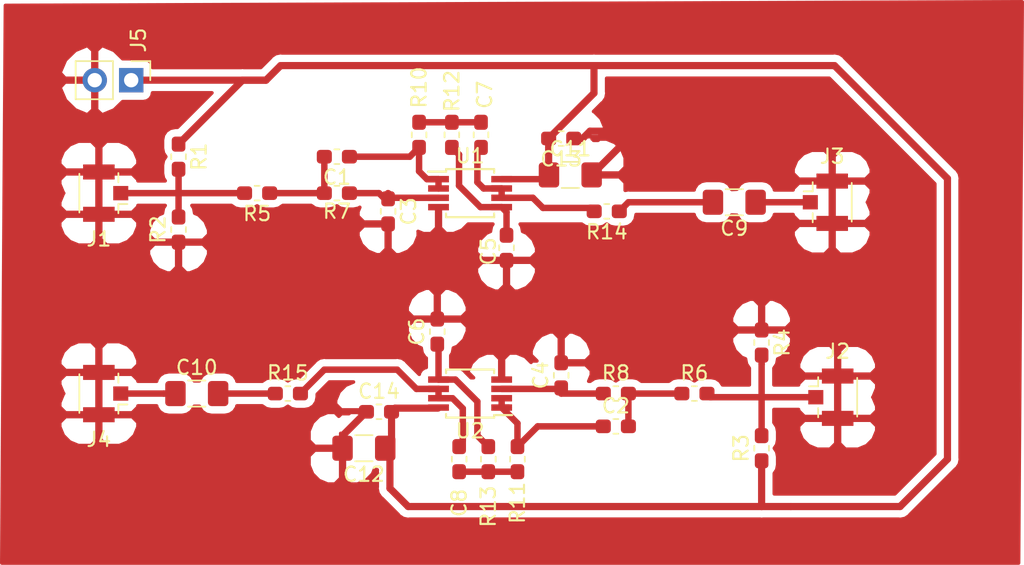
<source format=kicad_pcb>
(kicad_pcb (version 20171130) (host pcbnew "(5.0.0)")

  (general
    (thickness 1.6)
    (drawings 0)
    (tracks 112)
    (zones 0)
    (modules 35)
    (nets 21)
  )

  (page A4)
  (title_block
    (title Filter)
    (date 2019-10-31)
    (company "Ning Wang <nwang.cooper@gmail.com>")
    (comment 1 GPLv2+)
  )

  (layers
    (0 F.Cu signal)
    (31 B.Cu signal)
    (32 B.Adhes user)
    (33 F.Adhes user)
    (34 B.Paste user)
    (35 F.Paste user)
    (36 B.SilkS user)
    (37 F.SilkS user)
    (38 B.Mask user)
    (39 F.Mask user)
    (40 Dwgs.User user)
    (41 Cmts.User user)
    (42 Eco1.User user)
    (43 Eco2.User user)
    (44 Edge.Cuts user)
    (45 Margin user)
    (46 B.CrtYd user hide)
    (47 F.CrtYd user)
    (48 B.Fab user hide)
    (49 F.Fab user hide)
  )

  (setup
    (last_trace_width 0.45)
    (trace_clearance 0.2)
    (zone_clearance 0.508)
    (zone_45_only no)
    (trace_min 0.2)
    (segment_width 0.2)
    (edge_width 0.15)
    (via_size 0.8)
    (via_drill 0.4)
    (via_min_size 0.4)
    (via_min_drill 0.3)
    (uvia_size 0.3)
    (uvia_drill 0.1)
    (uvias_allowed no)
    (uvia_min_size 0.2)
    (uvia_min_drill 0.1)
    (pcb_text_width 0.3)
    (pcb_text_size 1.5 1.5)
    (mod_edge_width 0.15)
    (mod_text_size 1 1)
    (mod_text_width 0.15)
    (pad_size 1.524 1.524)
    (pad_drill 0.762)
    (pad_to_mask_clearance 0.2)
    (aux_axis_origin 0 0)
    (visible_elements 7FFFFFFF)
    (pcbplotparams
      (layerselection 0x00000_7fffffff)
      (usegerberextensions false)
      (usegerberattributes false)
      (usegerberadvancedattributes false)
      (creategerberjobfile false)
      (excludeedgelayer true)
      (linewidth 0.100000)
      (plotframeref false)
      (viasonmask false)
      (mode 1)
      (useauxorigin false)
      (hpglpennumber 1)
      (hpglpenspeed 20)
      (hpglpendiameter 15.000000)
      (psnegative false)
      (psa4output false)
      (plotreference true)
      (plotvalue true)
      (plotinvisibletext false)
      (padsonsilk false)
      (subtractmaskfromsilk false)
      (outputformat 1)
      (mirror false)
      (drillshape 0)
      (scaleselection 1)
      (outputdirectory ""))
  )

  (net 0 "")
  (net 1 GND)
  (net 2 "Net-(J2-Pad1)")
  (net 3 "Net-(J1-Pad1)")
  (net 4 VCC)
  (net 5 "Net-(C1-Pad2)")
  (net 6 "Net-(C2-Pad2)")
  (net 7 "Net-(C3-Pad1)")
  (net 8 "Net-(C4-Pad1)")
  (net 9 "Net-(C1-Pad1)")
  (net 10 "Net-(C7-Pad2)")
  (net 11 "Net-(C8-Pad2)")
  (net 12 "Net-(C2-Pad1)")
  (net 13 "Net-(C5-Pad1)")
  (net 14 "Net-(C6-Pad1)")
  (net 15 "Net-(C9-Pad2)")
  (net 16 "Net-(C10-Pad2)")
  (net 17 "Net-(C10-Pad1)")
  (net 18 "Net-(C9-Pad1)")
  (net 19 "Net-(C7-Pad1)")
  (net 20 "Net-(C8-Pad1)")

  (net_class Default "This is the default net class."
    (clearance 0.2)
    (trace_width 0.45)
    (via_dia 0.8)
    (via_drill 0.4)
    (uvia_dia 0.3)
    (uvia_drill 0.1)
    (add_net "Net-(C1-Pad1)")
    (add_net "Net-(C1-Pad2)")
    (add_net "Net-(C10-Pad1)")
    (add_net "Net-(C10-Pad2)")
    (add_net "Net-(C2-Pad1)")
    (add_net "Net-(C2-Pad2)")
    (add_net "Net-(C3-Pad1)")
    (add_net "Net-(C4-Pad1)")
    (add_net "Net-(C5-Pad1)")
    (add_net "Net-(C6-Pad1)")
    (add_net "Net-(C7-Pad1)")
    (add_net "Net-(C7-Pad2)")
    (add_net "Net-(C8-Pad1)")
    (add_net "Net-(C8-Pad2)")
    (add_net "Net-(C9-Pad1)")
    (add_net "Net-(C9-Pad2)")
    (add_net "Net-(J1-Pad1)")
    (add_net "Net-(J2-Pad1)")
  )

  (net_class PWR ""
    (clearance 0.2)
    (trace_width 0.5)
    (via_dia 0.8)
    (via_drill 0.4)
    (uvia_dia 0.3)
    (uvia_drill 0.1)
    (add_net GND)
    (add_net VCC)
  )

  (module Package_SO:MSOP-8_3x3mm_P0.65mm (layer F.Cu) (tedit 5A02F25C) (tstamp 5DD3E4E4)
    (at 145.288 103.378 180)
    (descr "8-Lead Plastic Micro Small Outline Package (MS) [MSOP] (see Microchip Packaging Specification 00000049BS.pdf)")
    (tags "SSOP 0.65")
    (path /5DADB36E)
    (attr smd)
    (fp_text reference U2 (at 0 -2.6 180) (layer F.SilkS)
      (effects (font (size 1 1) (thickness 0.15)))
    )
    (fp_text value ada4891-2 (at 0 2.6 180) (layer F.Fab)
      (effects (font (size 1 1) (thickness 0.15)))
    )
    (fp_line (start -0.5 -1.5) (end 1.5 -1.5) (layer F.Fab) (width 0.15))
    (fp_line (start 1.5 -1.5) (end 1.5 1.5) (layer F.Fab) (width 0.15))
    (fp_line (start 1.5 1.5) (end -1.5 1.5) (layer F.Fab) (width 0.15))
    (fp_line (start -1.5 1.5) (end -1.5 -0.5) (layer F.Fab) (width 0.15))
    (fp_line (start -1.5 -0.5) (end -0.5 -1.5) (layer F.Fab) (width 0.15))
    (fp_line (start -3.2 -1.85) (end -3.2 1.85) (layer F.CrtYd) (width 0.05))
    (fp_line (start 3.2 -1.85) (end 3.2 1.85) (layer F.CrtYd) (width 0.05))
    (fp_line (start -3.2 -1.85) (end 3.2 -1.85) (layer F.CrtYd) (width 0.05))
    (fp_line (start -3.2 1.85) (end 3.2 1.85) (layer F.CrtYd) (width 0.05))
    (fp_line (start -1.675 -1.675) (end -1.675 -1.5) (layer F.SilkS) (width 0.15))
    (fp_line (start 1.675 -1.675) (end 1.675 -1.425) (layer F.SilkS) (width 0.15))
    (fp_line (start 1.675 1.675) (end 1.675 1.425) (layer F.SilkS) (width 0.15))
    (fp_line (start -1.675 1.675) (end -1.675 1.425) (layer F.SilkS) (width 0.15))
    (fp_line (start -1.675 -1.675) (end 1.675 -1.675) (layer F.SilkS) (width 0.15))
    (fp_line (start -1.675 1.675) (end 1.675 1.675) (layer F.SilkS) (width 0.15))
    (fp_line (start -1.675 -1.5) (end -2.925 -1.5) (layer F.SilkS) (width 0.15))
    (fp_text user %R (at 0 0 180) (layer F.Fab)
      (effects (font (size 0.6 0.6) (thickness 0.15)))
    )
    (pad 1 smd rect (at -2.2 -0.975 180) (size 1.45 0.45) (layers F.Cu F.Paste F.Mask)
      (net 12 "Net-(C2-Pad1)"))
    (pad 2 smd rect (at -2.2 -0.325 180) (size 1.45 0.45) (layers F.Cu F.Paste F.Mask)
      (net 12 "Net-(C2-Pad1)"))
    (pad 3 smd rect (at -2.2 0.325 180) (size 1.45 0.45) (layers F.Cu F.Paste F.Mask)
      (net 8 "Net-(C4-Pad1)"))
    (pad 4 smd rect (at -2.2 0.975 180) (size 1.45 0.45) (layers F.Cu F.Paste F.Mask)
      (net 1 GND))
    (pad 5 smd rect (at 2.2 0.975 180) (size 1.45 0.45) (layers F.Cu F.Paste F.Mask)
      (net 14 "Net-(C6-Pad1)"))
    (pad 6 smd rect (at 2.2 0.325 180) (size 1.45 0.45) (layers F.Cu F.Paste F.Mask)
      (net 20 "Net-(C8-Pad1)"))
    (pad 7 smd rect (at 2.2 -0.325 180) (size 1.45 0.45) (layers F.Cu F.Paste F.Mask)
      (net 20 "Net-(C8-Pad1)"))
    (pad 8 smd rect (at 2.2 -0.975 180) (size 1.45 0.45) (layers F.Cu F.Paste F.Mask)
      (net 4 VCC))
    (model ${KISYS3DMOD}/Package_SO.3dshapes/MSOP-8_3x3mm_P0.65mm.wrl
      (at (xyz 0 0 0))
      (scale (xyz 1 1 1))
      (rotate (xyz 0 0 0))
    )
  )

  (module Capacitor_SMD:C_0603_1608Metric_Pad1.05x0.95mm_HandSolder (layer F.Cu) (tedit 5B301BBE) (tstamp 5DC748D3)
    (at 147.828 93.218 270)
    (descr "Capacitor SMD 0603 (1608 Metric), square (rectangular) end terminal, IPC_7351 nominal with elongated pad for handsoldering. (Body size source: http://www.tortai-tech.com/upload/download/2011102023233369053.pdf), generated with kicad-footprint-generator")
    (tags "capacitor handsolder")
    (path /5DAD482A)
    (attr smd)
    (fp_text reference C5 (at 0.254 1.27 270) (layer F.SilkS)
      (effects (font (size 1 1) (thickness 0.15)))
    )
    (fp_text value 56p (at 0 1.43 270) (layer F.Fab)
      (effects (font (size 1 1) (thickness 0.15)))
    )
    (fp_line (start -0.8 0.4) (end -0.8 -0.4) (layer F.Fab) (width 0.1))
    (fp_line (start -0.8 -0.4) (end 0.8 -0.4) (layer F.Fab) (width 0.1))
    (fp_line (start 0.8 -0.4) (end 0.8 0.4) (layer F.Fab) (width 0.1))
    (fp_line (start 0.8 0.4) (end -0.8 0.4) (layer F.Fab) (width 0.1))
    (fp_line (start -0.171267 -0.51) (end 0.171267 -0.51) (layer F.SilkS) (width 0.12))
    (fp_line (start -0.171267 0.51) (end 0.171267 0.51) (layer F.SilkS) (width 0.12))
    (fp_line (start -1.65 0.73) (end -1.65 -0.73) (layer F.CrtYd) (width 0.05))
    (fp_line (start -1.65 -0.73) (end 1.65 -0.73) (layer F.CrtYd) (width 0.05))
    (fp_line (start 1.65 -0.73) (end 1.65 0.73) (layer F.CrtYd) (width 0.05))
    (fp_line (start 1.65 0.73) (end -1.65 0.73) (layer F.CrtYd) (width 0.05))
    (fp_text user %R (at 0 0 270) (layer F.Fab)
      (effects (font (size 0.4 0.4) (thickness 0.06)))
    )
    (pad 1 smd roundrect (at -0.875 0 270) (size 1.05 0.95) (layers F.Cu F.Paste F.Mask) (roundrect_rratio 0.25)
      (net 13 "Net-(C5-Pad1)"))
    (pad 2 smd roundrect (at 0.875 0 270) (size 1.05 0.95) (layers F.Cu F.Paste F.Mask) (roundrect_rratio 0.25)
      (net 1 GND))
    (model ${KISYS3DMOD}/Capacitor_SMD.3dshapes/C_0603_1608Metric.wrl
      (at (xyz 0 0 0))
      (scale (xyz 1 1 1))
      (rotate (xyz 0 0 0))
    )
  )

  (module Capacitor_SMD:C_0603_1608Metric_Pad1.05x0.95mm_HandSolder (layer F.Cu) (tedit 5B301BBE) (tstamp 5DC74906)
    (at 155.448 105.664)
    (descr "Capacitor SMD 0603 (1608 Metric), square (rectangular) end terminal, IPC_7351 nominal with elongated pad for handsoldering. (Body size source: http://www.tortai-tech.com/upload/download/2011102023233369053.pdf), generated with kicad-footprint-generator")
    (tags "capacitor handsolder")
    (path /5DADB398)
    (attr smd)
    (fp_text reference C2 (at 0 -1.43) (layer F.SilkS)
      (effects (font (size 1 1) (thickness 0.15)))
    )
    (fp_text value 150p (at 0 1.43) (layer F.Fab)
      (effects (font (size 1 1) (thickness 0.15)))
    )
    (fp_text user %R (at 0 0) (layer F.Fab)
      (effects (font (size 0.4 0.4) (thickness 0.06)))
    )
    (fp_line (start 1.65 0.73) (end -1.65 0.73) (layer F.CrtYd) (width 0.05))
    (fp_line (start 1.65 -0.73) (end 1.65 0.73) (layer F.CrtYd) (width 0.05))
    (fp_line (start -1.65 -0.73) (end 1.65 -0.73) (layer F.CrtYd) (width 0.05))
    (fp_line (start -1.65 0.73) (end -1.65 -0.73) (layer F.CrtYd) (width 0.05))
    (fp_line (start -0.171267 0.51) (end 0.171267 0.51) (layer F.SilkS) (width 0.12))
    (fp_line (start -0.171267 -0.51) (end 0.171267 -0.51) (layer F.SilkS) (width 0.12))
    (fp_line (start 0.8 0.4) (end -0.8 0.4) (layer F.Fab) (width 0.1))
    (fp_line (start 0.8 -0.4) (end 0.8 0.4) (layer F.Fab) (width 0.1))
    (fp_line (start -0.8 -0.4) (end 0.8 -0.4) (layer F.Fab) (width 0.1))
    (fp_line (start -0.8 0.4) (end -0.8 -0.4) (layer F.Fab) (width 0.1))
    (pad 2 smd roundrect (at 0.875 0) (size 1.05 0.95) (layers F.Cu F.Paste F.Mask) (roundrect_rratio 0.25)
      (net 6 "Net-(C2-Pad2)"))
    (pad 1 smd roundrect (at -0.875 0) (size 1.05 0.95) (layers F.Cu F.Paste F.Mask) (roundrect_rratio 0.25)
      (net 12 "Net-(C2-Pad1)"))
    (model ${KISYS3DMOD}/Capacitor_SMD.3dshapes/C_0603_1608Metric.wrl
      (at (xyz 0 0 0))
      (scale (xyz 1 1 1))
      (rotate (xyz 0 0 0))
    )
  )

  (module Capacitor_SMD:C_0603_1608Metric_Pad1.05x0.95mm_HandSolder (layer F.Cu) (tedit 5B301BBE) (tstamp 5DC748F5)
    (at 139.573 90.678 270)
    (descr "Capacitor SMD 0603 (1608 Metric), square (rectangular) end terminal, IPC_7351 nominal with elongated pad for handsoldering. (Body size source: http://www.tortai-tech.com/upload/download/2011102023233369053.pdf), generated with kicad-footprint-generator")
    (tags "capacitor handsolder")
    (path /5DAD449A)
    (attr smd)
    (fp_text reference C3 (at 0 -1.43 270) (layer F.SilkS)
      (effects (font (size 1 1) (thickness 0.15)))
    )
    (fp_text value 120p (at 0 1.43 270) (layer F.Fab)
      (effects (font (size 1 1) (thickness 0.15)))
    )
    (fp_line (start -0.8 0.4) (end -0.8 -0.4) (layer F.Fab) (width 0.1))
    (fp_line (start -0.8 -0.4) (end 0.8 -0.4) (layer F.Fab) (width 0.1))
    (fp_line (start 0.8 -0.4) (end 0.8 0.4) (layer F.Fab) (width 0.1))
    (fp_line (start 0.8 0.4) (end -0.8 0.4) (layer F.Fab) (width 0.1))
    (fp_line (start -0.171267 -0.51) (end 0.171267 -0.51) (layer F.SilkS) (width 0.12))
    (fp_line (start -0.171267 0.51) (end 0.171267 0.51) (layer F.SilkS) (width 0.12))
    (fp_line (start -1.65 0.73) (end -1.65 -0.73) (layer F.CrtYd) (width 0.05))
    (fp_line (start -1.65 -0.73) (end 1.65 -0.73) (layer F.CrtYd) (width 0.05))
    (fp_line (start 1.65 -0.73) (end 1.65 0.73) (layer F.CrtYd) (width 0.05))
    (fp_line (start 1.65 0.73) (end -1.65 0.73) (layer F.CrtYd) (width 0.05))
    (fp_text user %R (at 0 0 270) (layer F.Fab)
      (effects (font (size 0.4 0.4) (thickness 0.06)))
    )
    (pad 1 smd roundrect (at -0.875 0 270) (size 1.05 0.95) (layers F.Cu F.Paste F.Mask) (roundrect_rratio 0.25)
      (net 7 "Net-(C3-Pad1)"))
    (pad 2 smd roundrect (at 0.875 0 270) (size 1.05 0.95) (layers F.Cu F.Paste F.Mask) (roundrect_rratio 0.25)
      (net 1 GND))
    (model ${KISYS3DMOD}/Capacitor_SMD.3dshapes/C_0603_1608Metric.wrl
      (at (xyz 0 0 0))
      (scale (xyz 1 1 1))
      (rotate (xyz 0 0 0))
    )
  )

  (module Capacitor_SMD:C_0603_1608Metric_Pad1.05x0.95mm_HandSolder (layer F.Cu) (tedit 5B301BBE) (tstamp 5DC748E4)
    (at 151.638 102.108 90)
    (descr "Capacitor SMD 0603 (1608 Metric), square (rectangular) end terminal, IPC_7351 nominal with elongated pad for handsoldering. (Body size source: http://www.tortai-tech.com/upload/download/2011102023233369053.pdf), generated with kicad-footprint-generator")
    (tags "capacitor handsolder")
    (path /5DADB391)
    (attr smd)
    (fp_text reference C4 (at 0 -1.43 90) (layer F.SilkS)
      (effects (font (size 1 1) (thickness 0.15)))
    )
    (fp_text value 120p (at 0 1.43 90) (layer F.Fab)
      (effects (font (size 1 1) (thickness 0.15)))
    )
    (fp_text user %R (at 0 0 90) (layer F.Fab)
      (effects (font (size 0.4 0.4) (thickness 0.06)))
    )
    (fp_line (start 1.65 0.73) (end -1.65 0.73) (layer F.CrtYd) (width 0.05))
    (fp_line (start 1.65 -0.73) (end 1.65 0.73) (layer F.CrtYd) (width 0.05))
    (fp_line (start -1.65 -0.73) (end 1.65 -0.73) (layer F.CrtYd) (width 0.05))
    (fp_line (start -1.65 0.73) (end -1.65 -0.73) (layer F.CrtYd) (width 0.05))
    (fp_line (start -0.171267 0.51) (end 0.171267 0.51) (layer F.SilkS) (width 0.12))
    (fp_line (start -0.171267 -0.51) (end 0.171267 -0.51) (layer F.SilkS) (width 0.12))
    (fp_line (start 0.8 0.4) (end -0.8 0.4) (layer F.Fab) (width 0.1))
    (fp_line (start 0.8 -0.4) (end 0.8 0.4) (layer F.Fab) (width 0.1))
    (fp_line (start -0.8 -0.4) (end 0.8 -0.4) (layer F.Fab) (width 0.1))
    (fp_line (start -0.8 0.4) (end -0.8 -0.4) (layer F.Fab) (width 0.1))
    (pad 2 smd roundrect (at 0.875 0 90) (size 1.05 0.95) (layers F.Cu F.Paste F.Mask) (roundrect_rratio 0.25)
      (net 1 GND))
    (pad 1 smd roundrect (at -0.875 0 90) (size 1.05 0.95) (layers F.Cu F.Paste F.Mask) (roundrect_rratio 0.25)
      (net 8 "Net-(C4-Pad1)"))
    (model ${KISYS3DMOD}/Capacitor_SMD.3dshapes/C_0603_1608Metric.wrl
      (at (xyz 0 0 0))
      (scale (xyz 1 1 1))
      (rotate (xyz 0 0 0))
    )
  )

  (module Capacitor_SMD:C_0603_1608Metric_Pad1.05x0.95mm_HandSolder (layer F.Cu) (tedit 5B301BBE) (tstamp 5DC748C2)
    (at 143.002 99.06 90)
    (descr "Capacitor SMD 0603 (1608 Metric), square (rectangular) end terminal, IPC_7351 nominal with elongated pad for handsoldering. (Body size source: http://www.tortai-tech.com/upload/download/2011102023233369053.pdf), generated with kicad-footprint-generator")
    (tags "capacitor handsolder")
    (path /5DADB3AD)
    (attr smd)
    (fp_text reference C6 (at 0 -1.43 90) (layer F.SilkS)
      (effects (font (size 1 1) (thickness 0.15)))
    )
    (fp_text value 56p (at 0 1.43 90) (layer F.Fab)
      (effects (font (size 1 1) (thickness 0.15)))
    )
    (fp_text user %R (at 0 0 90) (layer F.Fab)
      (effects (font (size 0.4 0.4) (thickness 0.06)))
    )
    (fp_line (start 1.65 0.73) (end -1.65 0.73) (layer F.CrtYd) (width 0.05))
    (fp_line (start 1.65 -0.73) (end 1.65 0.73) (layer F.CrtYd) (width 0.05))
    (fp_line (start -1.65 -0.73) (end 1.65 -0.73) (layer F.CrtYd) (width 0.05))
    (fp_line (start -1.65 0.73) (end -1.65 -0.73) (layer F.CrtYd) (width 0.05))
    (fp_line (start -0.171267 0.51) (end 0.171267 0.51) (layer F.SilkS) (width 0.12))
    (fp_line (start -0.171267 -0.51) (end 0.171267 -0.51) (layer F.SilkS) (width 0.12))
    (fp_line (start 0.8 0.4) (end -0.8 0.4) (layer F.Fab) (width 0.1))
    (fp_line (start 0.8 -0.4) (end 0.8 0.4) (layer F.Fab) (width 0.1))
    (fp_line (start -0.8 -0.4) (end 0.8 -0.4) (layer F.Fab) (width 0.1))
    (fp_line (start -0.8 0.4) (end -0.8 -0.4) (layer F.Fab) (width 0.1))
    (pad 2 smd roundrect (at 0.875 0 90) (size 1.05 0.95) (layers F.Cu F.Paste F.Mask) (roundrect_rratio 0.25)
      (net 1 GND))
    (pad 1 smd roundrect (at -0.875 0 90) (size 1.05 0.95) (layers F.Cu F.Paste F.Mask) (roundrect_rratio 0.25)
      (net 14 "Net-(C6-Pad1)"))
    (model ${KISYS3DMOD}/Capacitor_SMD.3dshapes/C_0603_1608Metric.wrl
      (at (xyz 0 0 0))
      (scale (xyz 1 1 1))
      (rotate (xyz 0 0 0))
    )
  )

  (module Capacitor_SMD:C_0603_1608Metric_Pad1.05x0.95mm_HandSolder (layer F.Cu) (tedit 5B301BBE) (tstamp 5DC748B1)
    (at 146.05 85.344 90)
    (descr "Capacitor SMD 0603 (1608 Metric), square (rectangular) end terminal, IPC_7351 nominal with elongated pad for handsoldering. (Body size source: http://www.tortai-tech.com/upload/download/2011102023233369053.pdf), generated with kicad-footprint-generator")
    (tags "capacitor handsolder")
    (path /5DAD48AA)
    (attr smd)
    (fp_text reference C7 (at 2.794 0.254 90) (layer F.SilkS)
      (effects (font (size 1 1) (thickness 0.15)))
    )
    (fp_text value 390p (at 0 1.43 90) (layer F.Fab)
      (effects (font (size 1 1) (thickness 0.15)))
    )
    (fp_line (start -0.8 0.4) (end -0.8 -0.4) (layer F.Fab) (width 0.1))
    (fp_line (start -0.8 -0.4) (end 0.8 -0.4) (layer F.Fab) (width 0.1))
    (fp_line (start 0.8 -0.4) (end 0.8 0.4) (layer F.Fab) (width 0.1))
    (fp_line (start 0.8 0.4) (end -0.8 0.4) (layer F.Fab) (width 0.1))
    (fp_line (start -0.171267 -0.51) (end 0.171267 -0.51) (layer F.SilkS) (width 0.12))
    (fp_line (start -0.171267 0.51) (end 0.171267 0.51) (layer F.SilkS) (width 0.12))
    (fp_line (start -1.65 0.73) (end -1.65 -0.73) (layer F.CrtYd) (width 0.05))
    (fp_line (start -1.65 -0.73) (end 1.65 -0.73) (layer F.CrtYd) (width 0.05))
    (fp_line (start 1.65 -0.73) (end 1.65 0.73) (layer F.CrtYd) (width 0.05))
    (fp_line (start 1.65 0.73) (end -1.65 0.73) (layer F.CrtYd) (width 0.05))
    (fp_text user %R (at 0 0 90) (layer F.Fab)
      (effects (font (size 0.4 0.4) (thickness 0.06)))
    )
    (pad 1 smd roundrect (at -0.875 0 90) (size 1.05 0.95) (layers F.Cu F.Paste F.Mask) (roundrect_rratio 0.25)
      (net 19 "Net-(C7-Pad1)"))
    (pad 2 smd roundrect (at 0.875 0 90) (size 1.05 0.95) (layers F.Cu F.Paste F.Mask) (roundrect_rratio 0.25)
      (net 10 "Net-(C7-Pad2)"))
    (model ${KISYS3DMOD}/Capacitor_SMD.3dshapes/C_0603_1608Metric.wrl
      (at (xyz 0 0 0))
      (scale (xyz 1 1 1))
      (rotate (xyz 0 0 0))
    )
  )

  (module Capacitor_SMD:C_0603_1608Metric_Pad1.05x0.95mm_HandSolder (layer F.Cu) (tedit 5B301BBE) (tstamp 5DC748A0)
    (at 144.526 107.95 270)
    (descr "Capacitor SMD 0603 (1608 Metric), square (rectangular) end terminal, IPC_7351 nominal with elongated pad for handsoldering. (Body size source: http://www.tortai-tech.com/upload/download/2011102023233369053.pdf), generated with kicad-footprint-generator")
    (tags "capacitor handsolder")
    (path /5DADB3B4)
    (attr smd)
    (fp_text reference C8 (at 3.048 0 270) (layer F.SilkS)
      (effects (font (size 1 1) (thickness 0.15)))
    )
    (fp_text value 390p (at 0 1.43 270) (layer F.Fab)
      (effects (font (size 1 1) (thickness 0.15)))
    )
    (fp_text user %R (at 0 0 270) (layer F.Fab)
      (effects (font (size 0.4 0.4) (thickness 0.06)))
    )
    (fp_line (start 1.65 0.73) (end -1.65 0.73) (layer F.CrtYd) (width 0.05))
    (fp_line (start 1.65 -0.73) (end 1.65 0.73) (layer F.CrtYd) (width 0.05))
    (fp_line (start -1.65 -0.73) (end 1.65 -0.73) (layer F.CrtYd) (width 0.05))
    (fp_line (start -1.65 0.73) (end -1.65 -0.73) (layer F.CrtYd) (width 0.05))
    (fp_line (start -0.171267 0.51) (end 0.171267 0.51) (layer F.SilkS) (width 0.12))
    (fp_line (start -0.171267 -0.51) (end 0.171267 -0.51) (layer F.SilkS) (width 0.12))
    (fp_line (start 0.8 0.4) (end -0.8 0.4) (layer F.Fab) (width 0.1))
    (fp_line (start 0.8 -0.4) (end 0.8 0.4) (layer F.Fab) (width 0.1))
    (fp_line (start -0.8 -0.4) (end 0.8 -0.4) (layer F.Fab) (width 0.1))
    (fp_line (start -0.8 0.4) (end -0.8 -0.4) (layer F.Fab) (width 0.1))
    (pad 2 smd roundrect (at 0.875 0 270) (size 1.05 0.95) (layers F.Cu F.Paste F.Mask) (roundrect_rratio 0.25)
      (net 11 "Net-(C8-Pad2)"))
    (pad 1 smd roundrect (at -0.875 0 270) (size 1.05 0.95) (layers F.Cu F.Paste F.Mask) (roundrect_rratio 0.25)
      (net 20 "Net-(C8-Pad1)"))
    (model ${KISYS3DMOD}/Capacitor_SMD.3dshapes/C_0603_1608Metric.wrl
      (at (xyz 0 0 0))
      (scale (xyz 1 1 1))
      (rotate (xyz 0 0 0))
    )
  )

  (module Capacitor_SMD:C_0603_1608Metric_Pad1.05x0.95mm_HandSolder (layer F.Cu) (tedit 5B301BBE) (tstamp 5DC7488F)
    (at 138.938 104.648)
    (descr "Capacitor SMD 0603 (1608 Metric), square (rectangular) end terminal, IPC_7351 nominal with elongated pad for handsoldering. (Body size source: http://www.tortai-tech.com/upload/download/2011102023233369053.pdf), generated with kicad-footprint-generator")
    (tags "capacitor handsolder")
    (path /5DBB741C)
    (attr smd)
    (fp_text reference C14 (at 0 -1.43) (layer F.SilkS)
      (effects (font (size 1 1) (thickness 0.15)))
    )
    (fp_text value 100n (at 0 1.43) (layer F.Fab)
      (effects (font (size 1 1) (thickness 0.15)))
    )
    (fp_line (start -0.8 0.4) (end -0.8 -0.4) (layer F.Fab) (width 0.1))
    (fp_line (start -0.8 -0.4) (end 0.8 -0.4) (layer F.Fab) (width 0.1))
    (fp_line (start 0.8 -0.4) (end 0.8 0.4) (layer F.Fab) (width 0.1))
    (fp_line (start 0.8 0.4) (end -0.8 0.4) (layer F.Fab) (width 0.1))
    (fp_line (start -0.171267 -0.51) (end 0.171267 -0.51) (layer F.SilkS) (width 0.12))
    (fp_line (start -0.171267 0.51) (end 0.171267 0.51) (layer F.SilkS) (width 0.12))
    (fp_line (start -1.65 0.73) (end -1.65 -0.73) (layer F.CrtYd) (width 0.05))
    (fp_line (start -1.65 -0.73) (end 1.65 -0.73) (layer F.CrtYd) (width 0.05))
    (fp_line (start 1.65 -0.73) (end 1.65 0.73) (layer F.CrtYd) (width 0.05))
    (fp_line (start 1.65 0.73) (end -1.65 0.73) (layer F.CrtYd) (width 0.05))
    (fp_text user %R (at 0 0) (layer F.Fab)
      (effects (font (size 0.4 0.4) (thickness 0.06)))
    )
    (pad 1 smd roundrect (at -0.875 0) (size 1.05 0.95) (layers F.Cu F.Paste F.Mask) (roundrect_rratio 0.25)
      (net 1 GND))
    (pad 2 smd roundrect (at 0.875 0) (size 1.05 0.95) (layers F.Cu F.Paste F.Mask) (roundrect_rratio 0.25)
      (net 4 VCC))
    (model ${KISYS3DMOD}/Capacitor_SMD.3dshapes/C_0603_1608Metric.wrl
      (at (xyz 0 0 0))
      (scale (xyz 1 1 1))
      (rotate (xyz 0 0 0))
    )
  )

  (module Capacitor_SMD:C_0603_1608Metric_Pad1.05x0.95mm_HandSolder (layer F.Cu) (tedit 5B301BBE) (tstamp 5DD3C09A)
    (at 136.003 86.868 180)
    (descr "Capacitor SMD 0603 (1608 Metric), square (rectangular) end terminal, IPC_7351 nominal with elongated pad for handsoldering. (Body size source: http://www.tortai-tech.com/upload/download/2011102023233369053.pdf), generated with kicad-footprint-generator")
    (tags "capacitor handsolder")
    (path /5DAD4576)
    (attr smd)
    (fp_text reference C1 (at 0 -1.43 180) (layer F.SilkS)
      (effects (font (size 1 1) (thickness 0.15)))
    )
    (fp_text value 150p (at 0 1.43 180) (layer F.Fab)
      (effects (font (size 1 1) (thickness 0.15)))
    )
    (fp_text user %R (at 0 0 180) (layer F.Fab)
      (effects (font (size 0.4 0.4) (thickness 0.06)))
    )
    (fp_line (start 1.65 0.73) (end -1.65 0.73) (layer F.CrtYd) (width 0.05))
    (fp_line (start 1.65 -0.73) (end 1.65 0.73) (layer F.CrtYd) (width 0.05))
    (fp_line (start -1.65 -0.73) (end 1.65 -0.73) (layer F.CrtYd) (width 0.05))
    (fp_line (start -1.65 0.73) (end -1.65 -0.73) (layer F.CrtYd) (width 0.05))
    (fp_line (start -0.171267 0.51) (end 0.171267 0.51) (layer F.SilkS) (width 0.12))
    (fp_line (start -0.171267 -0.51) (end 0.171267 -0.51) (layer F.SilkS) (width 0.12))
    (fp_line (start 0.8 0.4) (end -0.8 0.4) (layer F.Fab) (width 0.1))
    (fp_line (start 0.8 -0.4) (end 0.8 0.4) (layer F.Fab) (width 0.1))
    (fp_line (start -0.8 -0.4) (end 0.8 -0.4) (layer F.Fab) (width 0.1))
    (fp_line (start -0.8 0.4) (end -0.8 -0.4) (layer F.Fab) (width 0.1))
    (pad 2 smd roundrect (at 0.875 0 180) (size 1.05 0.95) (layers F.Cu F.Paste F.Mask) (roundrect_rratio 0.25)
      (net 5 "Net-(C1-Pad2)"))
    (pad 1 smd roundrect (at -0.875 0 180) (size 1.05 0.95) (layers F.Cu F.Paste F.Mask) (roundrect_rratio 0.25)
      (net 9 "Net-(C1-Pad1)"))
    (model ${KISYS3DMOD}/Capacitor_SMD.3dshapes/C_0603_1608Metric.wrl
      (at (xyz 0 0 0))
      (scale (xyz 1 1 1))
      (rotate (xyz 0 0 0))
    )
  )

  (module Capacitor_SMD:C_0603_1608Metric_Pad1.05x0.95mm_HandSolder (layer F.Cu) (tedit 5B301BBE) (tstamp 5DD3D47C)
    (at 151.638 85.598 180)
    (descr "Capacitor SMD 0603 (1608 Metric), square (rectangular) end terminal, IPC_7351 nominal with elongated pad for handsoldering. (Body size source: http://www.tortai-tech.com/upload/download/2011102023233369053.pdf), generated with kicad-footprint-generator")
    (tags "capacitor handsolder")
    (path /5DBB6F3E)
    (attr smd)
    (fp_text reference C13 (at 0 -1.43 180) (layer F.SilkS)
      (effects (font (size 1 1) (thickness 0.15)))
    )
    (fp_text value 100n (at 0 1.43 180) (layer F.Fab)
      (effects (font (size 1 1) (thickness 0.15)))
    )
    (fp_line (start -0.8 0.4) (end -0.8 -0.4) (layer F.Fab) (width 0.1))
    (fp_line (start -0.8 -0.4) (end 0.8 -0.4) (layer F.Fab) (width 0.1))
    (fp_line (start 0.8 -0.4) (end 0.8 0.4) (layer F.Fab) (width 0.1))
    (fp_line (start 0.8 0.4) (end -0.8 0.4) (layer F.Fab) (width 0.1))
    (fp_line (start -0.171267 -0.51) (end 0.171267 -0.51) (layer F.SilkS) (width 0.12))
    (fp_line (start -0.171267 0.51) (end 0.171267 0.51) (layer F.SilkS) (width 0.12))
    (fp_line (start -1.65 0.73) (end -1.65 -0.73) (layer F.CrtYd) (width 0.05))
    (fp_line (start -1.65 -0.73) (end 1.65 -0.73) (layer F.CrtYd) (width 0.05))
    (fp_line (start 1.65 -0.73) (end 1.65 0.73) (layer F.CrtYd) (width 0.05))
    (fp_line (start 1.65 0.73) (end -1.65 0.73) (layer F.CrtYd) (width 0.05))
    (fp_text user %R (at 0 0 180) (layer F.Fab)
      (effects (font (size 0.4 0.4) (thickness 0.06)))
    )
    (pad 1 smd roundrect (at -0.875 0 180) (size 1.05 0.95) (layers F.Cu F.Paste F.Mask) (roundrect_rratio 0.25)
      (net 1 GND))
    (pad 2 smd roundrect (at 0.875 0 180) (size 1.05 0.95) (layers F.Cu F.Paste F.Mask) (roundrect_rratio 0.25)
      (net 4 VCC))
    (model ${KISYS3DMOD}/Capacitor_SMD.3dshapes/C_0603_1608Metric.wrl
      (at (xyz 0 0 0))
      (scale (xyz 1 1 1))
      (rotate (xyz 0 0 0))
    )
  )

  (module Capacitor_SMD:C_1206_3216Metric_Pad1.42x1.75mm_HandSolder (layer F.Cu) (tedit 5B301BBE) (tstamp 5DC7485C)
    (at 137.8855 107.188 180)
    (descr "Capacitor SMD 1206 (3216 Metric), square (rectangular) end terminal, IPC_7351 nominal with elongated pad for handsoldering. (Body size source: http://www.tortai-tech.com/upload/download/2011102023233369053.pdf), generated with kicad-footprint-generator")
    (tags "capacitor handsolder")
    (path /5DBB732B)
    (attr smd)
    (fp_text reference C12 (at 0 -1.82 180) (layer F.SilkS)
      (effects (font (size 1 1) (thickness 0.15)))
    )
    (fp_text value 10u (at 0 1.82 180) (layer F.Fab)
      (effects (font (size 1 1) (thickness 0.15)))
    )
    (fp_text user %R (at 0 0 180) (layer F.Fab)
      (effects (font (size 0.8 0.8) (thickness 0.12)))
    )
    (fp_line (start 2.45 1.12) (end -2.45 1.12) (layer F.CrtYd) (width 0.05))
    (fp_line (start 2.45 -1.12) (end 2.45 1.12) (layer F.CrtYd) (width 0.05))
    (fp_line (start -2.45 -1.12) (end 2.45 -1.12) (layer F.CrtYd) (width 0.05))
    (fp_line (start -2.45 1.12) (end -2.45 -1.12) (layer F.CrtYd) (width 0.05))
    (fp_line (start -0.602064 0.91) (end 0.602064 0.91) (layer F.SilkS) (width 0.12))
    (fp_line (start -0.602064 -0.91) (end 0.602064 -0.91) (layer F.SilkS) (width 0.12))
    (fp_line (start 1.6 0.8) (end -1.6 0.8) (layer F.Fab) (width 0.1))
    (fp_line (start 1.6 -0.8) (end 1.6 0.8) (layer F.Fab) (width 0.1))
    (fp_line (start -1.6 -0.8) (end 1.6 -0.8) (layer F.Fab) (width 0.1))
    (fp_line (start -1.6 0.8) (end -1.6 -0.8) (layer F.Fab) (width 0.1))
    (pad 2 smd roundrect (at 1.4875 0 180) (size 1.425 1.75) (layers F.Cu F.Paste F.Mask) (roundrect_rratio 0.175439)
      (net 1 GND))
    (pad 1 smd roundrect (at -1.4875 0 180) (size 1.425 1.75) (layers F.Cu F.Paste F.Mask) (roundrect_rratio 0.175439)
      (net 4 VCC))
    (model ${KISYS3DMOD}/Capacitor_SMD.3dshapes/C_1206_3216Metric.wrl
      (at (xyz 0 0 0))
      (scale (xyz 1 1 1))
      (rotate (xyz 0 0 0))
    )
  )

  (module Capacitor_SMD:C_1206_3216Metric_Pad1.42x1.75mm_HandSolder (layer F.Cu) (tedit 5B301BBE) (tstamp 5DC7484B)
    (at 152.273 88.138)
    (descr "Capacitor SMD 1206 (3216 Metric), square (rectangular) end terminal, IPC_7351 nominal with elongated pad for handsoldering. (Body size source: http://www.tortai-tech.com/upload/download/2011102023233369053.pdf), generated with kicad-footprint-generator")
    (tags "capacitor handsolder")
    (path /5DBB6E25)
    (attr smd)
    (fp_text reference C11 (at 0 -1.82) (layer F.SilkS)
      (effects (font (size 1 1) (thickness 0.15)))
    )
    (fp_text value 10u (at 0 1.82) (layer F.Fab)
      (effects (font (size 1 1) (thickness 0.15)))
    )
    (fp_line (start -1.6 0.8) (end -1.6 -0.8) (layer F.Fab) (width 0.1))
    (fp_line (start -1.6 -0.8) (end 1.6 -0.8) (layer F.Fab) (width 0.1))
    (fp_line (start 1.6 -0.8) (end 1.6 0.8) (layer F.Fab) (width 0.1))
    (fp_line (start 1.6 0.8) (end -1.6 0.8) (layer F.Fab) (width 0.1))
    (fp_line (start -0.602064 -0.91) (end 0.602064 -0.91) (layer F.SilkS) (width 0.12))
    (fp_line (start -0.602064 0.91) (end 0.602064 0.91) (layer F.SilkS) (width 0.12))
    (fp_line (start -2.45 1.12) (end -2.45 -1.12) (layer F.CrtYd) (width 0.05))
    (fp_line (start -2.45 -1.12) (end 2.45 -1.12) (layer F.CrtYd) (width 0.05))
    (fp_line (start 2.45 -1.12) (end 2.45 1.12) (layer F.CrtYd) (width 0.05))
    (fp_line (start 2.45 1.12) (end -2.45 1.12) (layer F.CrtYd) (width 0.05))
    (fp_text user %R (at 0 0) (layer F.Fab)
      (effects (font (size 0.8 0.8) (thickness 0.12)))
    )
    (pad 1 smd roundrect (at -1.4875 0) (size 1.425 1.75) (layers F.Cu F.Paste F.Mask) (roundrect_rratio 0.175439)
      (net 4 VCC))
    (pad 2 smd roundrect (at 1.4875 0) (size 1.425 1.75) (layers F.Cu F.Paste F.Mask) (roundrect_rratio 0.175439)
      (net 1 GND))
    (model ${KISYS3DMOD}/Capacitor_SMD.3dshapes/C_1206_3216Metric.wrl
      (at (xyz 0 0 0))
      (scale (xyz 1 1 1))
      (rotate (xyz 0 0 0))
    )
  )

  (module Capacitor_SMD:C_1206_3216Metric_Pad1.42x1.75mm_HandSolder (layer F.Cu) (tedit 5B301BBE) (tstamp 5DC7483A)
    (at 163.703 90.043 180)
    (descr "Capacitor SMD 1206 (3216 Metric), square (rectangular) end terminal, IPC_7351 nominal with elongated pad for handsoldering. (Body size source: http://www.tortai-tech.com/upload/download/2011102023233369053.pdf), generated with kicad-footprint-generator")
    (tags "capacitor handsolder")
    (path /5DAE5469)
    (attr smd)
    (fp_text reference C9 (at 0 -1.82 180) (layer F.SilkS)
      (effects (font (size 1 1) (thickness 0.15)))
    )
    (fp_text value 10u (at 0 1.82 180) (layer F.Fab)
      (effects (font (size 1 1) (thickness 0.15)))
    )
    (fp_text user %R (at 0 0 180) (layer F.Fab)
      (effects (font (size 0.8 0.8) (thickness 0.12)))
    )
    (fp_line (start 2.45 1.12) (end -2.45 1.12) (layer F.CrtYd) (width 0.05))
    (fp_line (start 2.45 -1.12) (end 2.45 1.12) (layer F.CrtYd) (width 0.05))
    (fp_line (start -2.45 -1.12) (end 2.45 -1.12) (layer F.CrtYd) (width 0.05))
    (fp_line (start -2.45 1.12) (end -2.45 -1.12) (layer F.CrtYd) (width 0.05))
    (fp_line (start -0.602064 0.91) (end 0.602064 0.91) (layer F.SilkS) (width 0.12))
    (fp_line (start -0.602064 -0.91) (end 0.602064 -0.91) (layer F.SilkS) (width 0.12))
    (fp_line (start 1.6 0.8) (end -1.6 0.8) (layer F.Fab) (width 0.1))
    (fp_line (start 1.6 -0.8) (end 1.6 0.8) (layer F.Fab) (width 0.1))
    (fp_line (start -1.6 -0.8) (end 1.6 -0.8) (layer F.Fab) (width 0.1))
    (fp_line (start -1.6 0.8) (end -1.6 -0.8) (layer F.Fab) (width 0.1))
    (pad 2 smd roundrect (at 1.4875 0 180) (size 1.425 1.75) (layers F.Cu F.Paste F.Mask) (roundrect_rratio 0.175439)
      (net 15 "Net-(C9-Pad2)"))
    (pad 1 smd roundrect (at -1.4875 0 180) (size 1.425 1.75) (layers F.Cu F.Paste F.Mask) (roundrect_rratio 0.175439)
      (net 18 "Net-(C9-Pad1)"))
    (model ${KISYS3DMOD}/Capacitor_SMD.3dshapes/C_1206_3216Metric.wrl
      (at (xyz 0 0 0))
      (scale (xyz 1 1 1))
      (rotate (xyz 0 0 0))
    )
  )

  (module Capacitor_SMD:C_1206_3216Metric_Pad1.42x1.75mm_HandSolder (layer F.Cu) (tedit 5B301BBE) (tstamp 5DC74829)
    (at 126.238 103.378)
    (descr "Capacitor SMD 1206 (3216 Metric), square (rectangular) end terminal, IPC_7351 nominal with elongated pad for handsoldering. (Body size source: http://www.tortai-tech.com/upload/download/2011102023233369053.pdf), generated with kicad-footprint-generator")
    (tags "capacitor handsolder")
    (path /5DAE54F1)
    (attr smd)
    (fp_text reference C10 (at 0 -1.82) (layer F.SilkS)
      (effects (font (size 1 1) (thickness 0.15)))
    )
    (fp_text value 10u (at 0 1.82) (layer F.Fab)
      (effects (font (size 1 1) (thickness 0.15)))
    )
    (fp_line (start -1.6 0.8) (end -1.6 -0.8) (layer F.Fab) (width 0.1))
    (fp_line (start -1.6 -0.8) (end 1.6 -0.8) (layer F.Fab) (width 0.1))
    (fp_line (start 1.6 -0.8) (end 1.6 0.8) (layer F.Fab) (width 0.1))
    (fp_line (start 1.6 0.8) (end -1.6 0.8) (layer F.Fab) (width 0.1))
    (fp_line (start -0.602064 -0.91) (end 0.602064 -0.91) (layer F.SilkS) (width 0.12))
    (fp_line (start -0.602064 0.91) (end 0.602064 0.91) (layer F.SilkS) (width 0.12))
    (fp_line (start -2.45 1.12) (end -2.45 -1.12) (layer F.CrtYd) (width 0.05))
    (fp_line (start -2.45 -1.12) (end 2.45 -1.12) (layer F.CrtYd) (width 0.05))
    (fp_line (start 2.45 -1.12) (end 2.45 1.12) (layer F.CrtYd) (width 0.05))
    (fp_line (start 2.45 1.12) (end -2.45 1.12) (layer F.CrtYd) (width 0.05))
    (fp_text user %R (at 0 0) (layer F.Fab)
      (effects (font (size 0.8 0.8) (thickness 0.12)))
    )
    (pad 1 smd roundrect (at -1.4875 0) (size 1.425 1.75) (layers F.Cu F.Paste F.Mask) (roundrect_rratio 0.175439)
      (net 17 "Net-(C10-Pad1)"))
    (pad 2 smd roundrect (at 1.4875 0) (size 1.425 1.75) (layers F.Cu F.Paste F.Mask) (roundrect_rratio 0.175439)
      (net 16 "Net-(C10-Pad2)"))
    (model ${KISYS3DMOD}/Capacitor_SMD.3dshapes/C_1206_3216Metric.wrl
      (at (xyz 0 0 0))
      (scale (xyz 1 1 1))
      (rotate (xyz 0 0 0))
    )
  )

  (module Connector_Coaxial:U.FL_Hirose_U.FL-R-SMT-1_Vertical (layer F.Cu) (tedit 5A1DBFC3) (tstamp 5DC74818)
    (at 119.888 89.408 180)
    (descr "Hirose U.FL Coaxial https://www.hirose.com/product/en/products/U.FL/U.FL-R-SMT-1%2810%29/")
    (tags "Hirose U.FL Coaxial")
    (path /5DAD8979)
    (attr smd)
    (fp_text reference J1 (at 0.475 -3.2 180) (layer F.SilkS)
      (effects (font (size 1 1) (thickness 0.15)))
    )
    (fp_text value Conn_Coaxial (at 0.475 3.2 180) (layer F.Fab)
      (effects (font (size 1 1) (thickness 0.15)))
    )
    (fp_line (start -1.32 -1) (end -2.02 -1) (layer F.CrtYd) (width 0.05))
    (fp_line (start -1.32 1.8) (end -1.32 1) (layer F.CrtYd) (width 0.05))
    (fp_line (start -1.32 -1.8) (end -1.12 -1.8) (layer F.CrtYd) (width 0.05))
    (fp_line (start -1.12 -1.8) (end -1.12 -2.5) (layer F.CrtYd) (width 0.05))
    (fp_line (start 2.08 -2.5) (end -1.12 -2.5) (layer F.CrtYd) (width 0.05))
    (fp_line (start -1.32 -1) (end -1.32 -1.8) (layer F.CrtYd) (width 0.05))
    (fp_line (start 2.08 -1.8) (end 2.08 -2.5) (layer F.CrtYd) (width 0.05))
    (fp_line (start 2.08 -1.8) (end 2.28 -1.8) (layer F.CrtYd) (width 0.05))
    (fp_line (start -0.885 -1.4) (end -0.885 -0.76) (layer F.SilkS) (width 0.12))
    (fp_line (start -0.425 1.5) (end -0.425 1.3) (layer F.Fab) (width 0.1))
    (fp_line (start -0.425 1.3) (end -0.825 1.3) (layer F.Fab) (width 0.1))
    (fp_line (start -0.825 0.3) (end -0.825 1.3) (layer F.Fab) (width 0.1))
    (fp_line (start -1.075 0.3) (end -0.825 0.3) (layer F.Fab) (width 0.1))
    (fp_line (start -1.075 0.3) (end -1.075 -0.15) (layer F.Fab) (width 0.1))
    (fp_line (start -0.925 -0.3) (end -0.825 -0.3) (layer F.Fab) (width 0.1))
    (fp_line (start -0.825 -0.3) (end -0.825 -1.3) (layer F.Fab) (width 0.1))
    (fp_line (start -0.425 -1.5) (end -0.425 -1.3) (layer F.Fab) (width 0.1))
    (fp_line (start -0.425 -1.3) (end -0.825 -1.3) (layer F.Fab) (width 0.1))
    (fp_line (start -0.425 1.5) (end 1.375 1.5) (layer F.Fab) (width 0.1))
    (fp_line (start 1.375 1.5) (end 1.375 1.3) (layer F.Fab) (width 0.1))
    (fp_line (start 1.775 1.3) (end 1.375 1.3) (layer F.Fab) (width 0.1))
    (fp_line (start 1.775 -1.3) (end 1.775 1.3) (layer F.Fab) (width 0.1))
    (fp_line (start -0.425 -1.5) (end 1.375 -1.5) (layer F.Fab) (width 0.1))
    (fp_line (start 1.375 -1.5) (end 1.375 -1.3) (layer F.Fab) (width 0.1))
    (fp_line (start 1.775 -1.3) (end 1.375 -1.3) (layer F.Fab) (width 0.1))
    (fp_line (start -0.925 -0.3) (end -1.075 -0.15) (layer F.Fab) (width 0.1))
    (fp_line (start -0.885 1.4) (end -0.885 0.76) (layer F.SilkS) (width 0.12))
    (fp_line (start -0.885 -0.76) (end -1.515 -0.76) (layer F.SilkS) (width 0.12))
    (fp_line (start 1.835 -1.35) (end 1.835 1.35) (layer F.SilkS) (width 0.12))
    (fp_line (start 2.08 2.5) (end -1.12 2.5) (layer F.CrtYd) (width 0.05))
    (fp_line (start -1.12 2.5) (end -1.12 1.8) (layer F.CrtYd) (width 0.05))
    (fp_line (start -1.32 1.8) (end -1.12 1.8) (layer F.CrtYd) (width 0.05))
    (fp_line (start 2.28 1.8) (end 2.28 -1.8) (layer F.CrtYd) (width 0.05))
    (fp_line (start 2.08 2.5) (end 2.08 1.8) (layer F.CrtYd) (width 0.05))
    (fp_line (start 2.08 1.8) (end 2.28 1.8) (layer F.CrtYd) (width 0.05))
    (fp_line (start -1.32 1) (end -2.02 1) (layer F.CrtYd) (width 0.05))
    (fp_line (start -2.02 1) (end -2.02 -1) (layer F.CrtYd) (width 0.05))
    (fp_text user %R (at 0.475 0 270) (layer F.Fab)
      (effects (font (size 0.6 0.6) (thickness 0.09)))
    )
    (pad 2 smd rect (at 0.475 -1.475 180) (size 2.2 1.05) (layers F.Cu F.Paste F.Mask)
      (net 1 GND))
    (pad 1 smd rect (at -1.05 0 180) (size 1.05 1) (layers F.Cu F.Paste F.Mask)
      (net 3 "Net-(J1-Pad1)"))
    (pad 2 smd rect (at 0.475 1.475 180) (size 2.2 1.05) (layers F.Cu F.Paste F.Mask)
      (net 1 GND))
    (model ${KISYS3DMOD}/Connector_Coaxial.3dshapes/U.FL_Hirose_U.FL-R-SMT-1_Vertical.wrl
      (offset (xyz 0.4749999928262157 0 0))
      (scale (xyz 1 1 1))
      (rotate (xyz 0 0 0))
    )
  )

  (module Connector_Coaxial:U.FL_Hirose_U.FL-R-SMT-1_Vertical (layer F.Cu) (tedit 5A1DBFC3) (tstamp 5DC747EB)
    (at 170.434 103.632)
    (descr "Hirose U.FL Coaxial https://www.hirose.com/product/en/products/U.FL/U.FL-R-SMT-1%2810%29/")
    (tags "Hirose U.FL Coaxial")
    (path /5DADB419)
    (attr smd)
    (fp_text reference J2 (at 0.475 -3.2) (layer F.SilkS)
      (effects (font (size 1 1) (thickness 0.15)))
    )
    (fp_text value Conn_Coaxial (at 0.475 3.2) (layer F.Fab)
      (effects (font (size 1 1) (thickness 0.15)))
    )
    (fp_text user %R (at 0.475 0 90) (layer F.Fab)
      (effects (font (size 0.6 0.6) (thickness 0.09)))
    )
    (fp_line (start -2.02 1) (end -2.02 -1) (layer F.CrtYd) (width 0.05))
    (fp_line (start -1.32 1) (end -2.02 1) (layer F.CrtYd) (width 0.05))
    (fp_line (start 2.08 1.8) (end 2.28 1.8) (layer F.CrtYd) (width 0.05))
    (fp_line (start 2.08 2.5) (end 2.08 1.8) (layer F.CrtYd) (width 0.05))
    (fp_line (start 2.28 1.8) (end 2.28 -1.8) (layer F.CrtYd) (width 0.05))
    (fp_line (start -1.32 1.8) (end -1.12 1.8) (layer F.CrtYd) (width 0.05))
    (fp_line (start -1.12 2.5) (end -1.12 1.8) (layer F.CrtYd) (width 0.05))
    (fp_line (start 2.08 2.5) (end -1.12 2.5) (layer F.CrtYd) (width 0.05))
    (fp_line (start 1.835 -1.35) (end 1.835 1.35) (layer F.SilkS) (width 0.12))
    (fp_line (start -0.885 -0.76) (end -1.515 -0.76) (layer F.SilkS) (width 0.12))
    (fp_line (start -0.885 1.4) (end -0.885 0.76) (layer F.SilkS) (width 0.12))
    (fp_line (start -0.925 -0.3) (end -1.075 -0.15) (layer F.Fab) (width 0.1))
    (fp_line (start 1.775 -1.3) (end 1.375 -1.3) (layer F.Fab) (width 0.1))
    (fp_line (start 1.375 -1.5) (end 1.375 -1.3) (layer F.Fab) (width 0.1))
    (fp_line (start -0.425 -1.5) (end 1.375 -1.5) (layer F.Fab) (width 0.1))
    (fp_line (start 1.775 -1.3) (end 1.775 1.3) (layer F.Fab) (width 0.1))
    (fp_line (start 1.775 1.3) (end 1.375 1.3) (layer F.Fab) (width 0.1))
    (fp_line (start 1.375 1.5) (end 1.375 1.3) (layer F.Fab) (width 0.1))
    (fp_line (start -0.425 1.5) (end 1.375 1.5) (layer F.Fab) (width 0.1))
    (fp_line (start -0.425 -1.3) (end -0.825 -1.3) (layer F.Fab) (width 0.1))
    (fp_line (start -0.425 -1.5) (end -0.425 -1.3) (layer F.Fab) (width 0.1))
    (fp_line (start -0.825 -0.3) (end -0.825 -1.3) (layer F.Fab) (width 0.1))
    (fp_line (start -0.925 -0.3) (end -0.825 -0.3) (layer F.Fab) (width 0.1))
    (fp_line (start -1.075 0.3) (end -1.075 -0.15) (layer F.Fab) (width 0.1))
    (fp_line (start -1.075 0.3) (end -0.825 0.3) (layer F.Fab) (width 0.1))
    (fp_line (start -0.825 0.3) (end -0.825 1.3) (layer F.Fab) (width 0.1))
    (fp_line (start -0.425 1.3) (end -0.825 1.3) (layer F.Fab) (width 0.1))
    (fp_line (start -0.425 1.5) (end -0.425 1.3) (layer F.Fab) (width 0.1))
    (fp_line (start -0.885 -1.4) (end -0.885 -0.76) (layer F.SilkS) (width 0.12))
    (fp_line (start 2.08 -1.8) (end 2.28 -1.8) (layer F.CrtYd) (width 0.05))
    (fp_line (start 2.08 -1.8) (end 2.08 -2.5) (layer F.CrtYd) (width 0.05))
    (fp_line (start -1.32 -1) (end -1.32 -1.8) (layer F.CrtYd) (width 0.05))
    (fp_line (start 2.08 -2.5) (end -1.12 -2.5) (layer F.CrtYd) (width 0.05))
    (fp_line (start -1.12 -1.8) (end -1.12 -2.5) (layer F.CrtYd) (width 0.05))
    (fp_line (start -1.32 -1.8) (end -1.12 -1.8) (layer F.CrtYd) (width 0.05))
    (fp_line (start -1.32 1.8) (end -1.32 1) (layer F.CrtYd) (width 0.05))
    (fp_line (start -1.32 -1) (end -2.02 -1) (layer F.CrtYd) (width 0.05))
    (pad 2 smd rect (at 0.475 1.475) (size 2.2 1.05) (layers F.Cu F.Paste F.Mask)
      (net 1 GND))
    (pad 1 smd rect (at -1.05 0) (size 1.05 1) (layers F.Cu F.Paste F.Mask)
      (net 2 "Net-(J2-Pad1)"))
    (pad 2 smd rect (at 0.475 -1.475) (size 2.2 1.05) (layers F.Cu F.Paste F.Mask)
      (net 1 GND))
    (model ${KISYS3DMOD}/Connector_Coaxial.3dshapes/U.FL_Hirose_U.FL-R-SMT-1_Vertical.wrl
      (offset (xyz 0.4749999928262157 0 0))
      (scale (xyz 1 1 1))
      (rotate (xyz 0 0 0))
    )
  )

  (module Connector_Coaxial:U.FL_Hirose_U.FL-R-SMT-1_Vertical (layer F.Cu) (tedit 5A1DBFC3) (tstamp 5DC747BE)
    (at 170.053 90.043)
    (descr "Hirose U.FL Coaxial https://www.hirose.com/product/en/products/U.FL/U.FL-R-SMT-1%2810%29/")
    (tags "Hirose U.FL Coaxial")
    (path /5DAD8D09)
    (attr smd)
    (fp_text reference J3 (at 0.475 -3.2) (layer F.SilkS)
      (effects (font (size 1 1) (thickness 0.15)))
    )
    (fp_text value Conn_Coaxial (at 0.475 3.2) (layer F.Fab)
      (effects (font (size 1 1) (thickness 0.15)))
    )
    (fp_line (start -1.32 -1) (end -2.02 -1) (layer F.CrtYd) (width 0.05))
    (fp_line (start -1.32 1.8) (end -1.32 1) (layer F.CrtYd) (width 0.05))
    (fp_line (start -1.32 -1.8) (end -1.12 -1.8) (layer F.CrtYd) (width 0.05))
    (fp_line (start -1.12 -1.8) (end -1.12 -2.5) (layer F.CrtYd) (width 0.05))
    (fp_line (start 2.08 -2.5) (end -1.12 -2.5) (layer F.CrtYd) (width 0.05))
    (fp_line (start -1.32 -1) (end -1.32 -1.8) (layer F.CrtYd) (width 0.05))
    (fp_line (start 2.08 -1.8) (end 2.08 -2.5) (layer F.CrtYd) (width 0.05))
    (fp_line (start 2.08 -1.8) (end 2.28 -1.8) (layer F.CrtYd) (width 0.05))
    (fp_line (start -0.885 -1.4) (end -0.885 -0.76) (layer F.SilkS) (width 0.12))
    (fp_line (start -0.425 1.5) (end -0.425 1.3) (layer F.Fab) (width 0.1))
    (fp_line (start -0.425 1.3) (end -0.825 1.3) (layer F.Fab) (width 0.1))
    (fp_line (start -0.825 0.3) (end -0.825 1.3) (layer F.Fab) (width 0.1))
    (fp_line (start -1.075 0.3) (end -0.825 0.3) (layer F.Fab) (width 0.1))
    (fp_line (start -1.075 0.3) (end -1.075 -0.15) (layer F.Fab) (width 0.1))
    (fp_line (start -0.925 -0.3) (end -0.825 -0.3) (layer F.Fab) (width 0.1))
    (fp_line (start -0.825 -0.3) (end -0.825 -1.3) (layer F.Fab) (width 0.1))
    (fp_line (start -0.425 -1.5) (end -0.425 -1.3) (layer F.Fab) (width 0.1))
    (fp_line (start -0.425 -1.3) (end -0.825 -1.3) (layer F.Fab) (width 0.1))
    (fp_line (start -0.425 1.5) (end 1.375 1.5) (layer F.Fab) (width 0.1))
    (fp_line (start 1.375 1.5) (end 1.375 1.3) (layer F.Fab) (width 0.1))
    (fp_line (start 1.775 1.3) (end 1.375 1.3) (layer F.Fab) (width 0.1))
    (fp_line (start 1.775 -1.3) (end 1.775 1.3) (layer F.Fab) (width 0.1))
    (fp_line (start -0.425 -1.5) (end 1.375 -1.5) (layer F.Fab) (width 0.1))
    (fp_line (start 1.375 -1.5) (end 1.375 -1.3) (layer F.Fab) (width 0.1))
    (fp_line (start 1.775 -1.3) (end 1.375 -1.3) (layer F.Fab) (width 0.1))
    (fp_line (start -0.925 -0.3) (end -1.075 -0.15) (layer F.Fab) (width 0.1))
    (fp_line (start -0.885 1.4) (end -0.885 0.76) (layer F.SilkS) (width 0.12))
    (fp_line (start -0.885 -0.76) (end -1.515 -0.76) (layer F.SilkS) (width 0.12))
    (fp_line (start 1.835 -1.35) (end 1.835 1.35) (layer F.SilkS) (width 0.12))
    (fp_line (start 2.08 2.5) (end -1.12 2.5) (layer F.CrtYd) (width 0.05))
    (fp_line (start -1.12 2.5) (end -1.12 1.8) (layer F.CrtYd) (width 0.05))
    (fp_line (start -1.32 1.8) (end -1.12 1.8) (layer F.CrtYd) (width 0.05))
    (fp_line (start 2.28 1.8) (end 2.28 -1.8) (layer F.CrtYd) (width 0.05))
    (fp_line (start 2.08 2.5) (end 2.08 1.8) (layer F.CrtYd) (width 0.05))
    (fp_line (start 2.08 1.8) (end 2.28 1.8) (layer F.CrtYd) (width 0.05))
    (fp_line (start -1.32 1) (end -2.02 1) (layer F.CrtYd) (width 0.05))
    (fp_line (start -2.02 1) (end -2.02 -1) (layer F.CrtYd) (width 0.05))
    (fp_text user %R (at 0.475 0 90) (layer F.Fab)
      (effects (font (size 0.6 0.6) (thickness 0.09)))
    )
    (pad 2 smd rect (at 0.475 -1.475) (size 2.2 1.05) (layers F.Cu F.Paste F.Mask)
      (net 1 GND))
    (pad 1 smd rect (at -1.05 0) (size 1.05 1) (layers F.Cu F.Paste F.Mask)
      (net 18 "Net-(C9-Pad1)"))
    (pad 2 smd rect (at 0.475 1.475) (size 2.2 1.05) (layers F.Cu F.Paste F.Mask)
      (net 1 GND))
    (model ${KISYS3DMOD}/Connector_Coaxial.3dshapes/U.FL_Hirose_U.FL-R-SMT-1_Vertical.wrl
      (offset (xyz 0.4749999928262157 0 0))
      (scale (xyz 1 1 1))
      (rotate (xyz 0 0 0))
    )
  )

  (module Connector_Coaxial:U.FL_Hirose_U.FL-R-SMT-1_Vertical (layer F.Cu) (tedit 5A1DBFC3) (tstamp 5DC74791)
    (at 119.888 103.378 180)
    (descr "Hirose U.FL Coaxial https://www.hirose.com/product/en/products/U.FL/U.FL-R-SMT-1%2810%29/")
    (tags "Hirose U.FL Coaxial")
    (path /5DADB427)
    (attr smd)
    (fp_text reference J4 (at 0.475 -3.2 180) (layer F.SilkS)
      (effects (font (size 1 1) (thickness 0.15)))
    )
    (fp_text value Conn_Coaxial (at 0.475 3.2 180) (layer F.Fab)
      (effects (font (size 1 1) (thickness 0.15)))
    )
    (fp_text user %R (at 0.475 0 270) (layer F.Fab)
      (effects (font (size 0.6 0.6) (thickness 0.09)))
    )
    (fp_line (start -2.02 1) (end -2.02 -1) (layer F.CrtYd) (width 0.05))
    (fp_line (start -1.32 1) (end -2.02 1) (layer F.CrtYd) (width 0.05))
    (fp_line (start 2.08 1.8) (end 2.28 1.8) (layer F.CrtYd) (width 0.05))
    (fp_line (start 2.08 2.5) (end 2.08 1.8) (layer F.CrtYd) (width 0.05))
    (fp_line (start 2.28 1.8) (end 2.28 -1.8) (layer F.CrtYd) (width 0.05))
    (fp_line (start -1.32 1.8) (end -1.12 1.8) (layer F.CrtYd) (width 0.05))
    (fp_line (start -1.12 2.5) (end -1.12 1.8) (layer F.CrtYd) (width 0.05))
    (fp_line (start 2.08 2.5) (end -1.12 2.5) (layer F.CrtYd) (width 0.05))
    (fp_line (start 1.835 -1.35) (end 1.835 1.35) (layer F.SilkS) (width 0.12))
    (fp_line (start -0.885 -0.76) (end -1.515 -0.76) (layer F.SilkS) (width 0.12))
    (fp_line (start -0.885 1.4) (end -0.885 0.76) (layer F.SilkS) (width 0.12))
    (fp_line (start -0.925 -0.3) (end -1.075 -0.15) (layer F.Fab) (width 0.1))
    (fp_line (start 1.775 -1.3) (end 1.375 -1.3) (layer F.Fab) (width 0.1))
    (fp_line (start 1.375 -1.5) (end 1.375 -1.3) (layer F.Fab) (width 0.1))
    (fp_line (start -0.425 -1.5) (end 1.375 -1.5) (layer F.Fab) (width 0.1))
    (fp_line (start 1.775 -1.3) (end 1.775 1.3) (layer F.Fab) (width 0.1))
    (fp_line (start 1.775 1.3) (end 1.375 1.3) (layer F.Fab) (width 0.1))
    (fp_line (start 1.375 1.5) (end 1.375 1.3) (layer F.Fab) (width 0.1))
    (fp_line (start -0.425 1.5) (end 1.375 1.5) (layer F.Fab) (width 0.1))
    (fp_line (start -0.425 -1.3) (end -0.825 -1.3) (layer F.Fab) (width 0.1))
    (fp_line (start -0.425 -1.5) (end -0.425 -1.3) (layer F.Fab) (width 0.1))
    (fp_line (start -0.825 -0.3) (end -0.825 -1.3) (layer F.Fab) (width 0.1))
    (fp_line (start -0.925 -0.3) (end -0.825 -0.3) (layer F.Fab) (width 0.1))
    (fp_line (start -1.075 0.3) (end -1.075 -0.15) (layer F.Fab) (width 0.1))
    (fp_line (start -1.075 0.3) (end -0.825 0.3) (layer F.Fab) (width 0.1))
    (fp_line (start -0.825 0.3) (end -0.825 1.3) (layer F.Fab) (width 0.1))
    (fp_line (start -0.425 1.3) (end -0.825 1.3) (layer F.Fab) (width 0.1))
    (fp_line (start -0.425 1.5) (end -0.425 1.3) (layer F.Fab) (width 0.1))
    (fp_line (start -0.885 -1.4) (end -0.885 -0.76) (layer F.SilkS) (width 0.12))
    (fp_line (start 2.08 -1.8) (end 2.28 -1.8) (layer F.CrtYd) (width 0.05))
    (fp_line (start 2.08 -1.8) (end 2.08 -2.5) (layer F.CrtYd) (width 0.05))
    (fp_line (start -1.32 -1) (end -1.32 -1.8) (layer F.CrtYd) (width 0.05))
    (fp_line (start 2.08 -2.5) (end -1.12 -2.5) (layer F.CrtYd) (width 0.05))
    (fp_line (start -1.12 -1.8) (end -1.12 -2.5) (layer F.CrtYd) (width 0.05))
    (fp_line (start -1.32 -1.8) (end -1.12 -1.8) (layer F.CrtYd) (width 0.05))
    (fp_line (start -1.32 1.8) (end -1.32 1) (layer F.CrtYd) (width 0.05))
    (fp_line (start -1.32 -1) (end -2.02 -1) (layer F.CrtYd) (width 0.05))
    (pad 2 smd rect (at 0.475 1.475 180) (size 2.2 1.05) (layers F.Cu F.Paste F.Mask)
      (net 1 GND))
    (pad 1 smd rect (at -1.05 0 180) (size 1.05 1) (layers F.Cu F.Paste F.Mask)
      (net 17 "Net-(C10-Pad1)"))
    (pad 2 smd rect (at 0.475 -1.475 180) (size 2.2 1.05) (layers F.Cu F.Paste F.Mask)
      (net 1 GND))
    (model ${KISYS3DMOD}/Connector_Coaxial.3dshapes/U.FL_Hirose_U.FL-R-SMT-1_Vertical.wrl
      (offset (xyz 0.4749999928262157 0 0))
      (scale (xyz 1 1 1))
      (rotate (xyz 0 0 0))
    )
  )

  (module Connector_PinHeader_2.54mm:PinHeader_1x02_P2.54mm_Vertical (layer F.Cu) (tedit 59FED5CC) (tstamp 5DC74764)
    (at 121.666 81.534 270)
    (descr "Through hole straight pin header, 1x02, 2.54mm pitch, single row")
    (tags "Through hole pin header THT 1x02 2.54mm single row")
    (path /5DBB1D06)
    (fp_text reference J5 (at -2.794 -0.508 270) (layer F.SilkS)
      (effects (font (size 1 1) (thickness 0.15)))
    )
    (fp_text value PWR (at 0 4.87 270) (layer F.Fab)
      (effects (font (size 1 1) (thickness 0.15)))
    )
    (fp_line (start -0.635 -1.27) (end 1.27 -1.27) (layer F.Fab) (width 0.1))
    (fp_line (start 1.27 -1.27) (end 1.27 3.81) (layer F.Fab) (width 0.1))
    (fp_line (start 1.27 3.81) (end -1.27 3.81) (layer F.Fab) (width 0.1))
    (fp_line (start -1.27 3.81) (end -1.27 -0.635) (layer F.Fab) (width 0.1))
    (fp_line (start -1.27 -0.635) (end -0.635 -1.27) (layer F.Fab) (width 0.1))
    (fp_line (start -1.33 3.87) (end 1.33 3.87) (layer F.SilkS) (width 0.12))
    (fp_line (start -1.33 1.27) (end -1.33 3.87) (layer F.SilkS) (width 0.12))
    (fp_line (start 1.33 1.27) (end 1.33 3.87) (layer F.SilkS) (width 0.12))
    (fp_line (start -1.33 1.27) (end 1.33 1.27) (layer F.SilkS) (width 0.12))
    (fp_line (start -1.33 0) (end -1.33 -1.33) (layer F.SilkS) (width 0.12))
    (fp_line (start -1.33 -1.33) (end 0 -1.33) (layer F.SilkS) (width 0.12))
    (fp_line (start -1.8 -1.8) (end -1.8 4.35) (layer F.CrtYd) (width 0.05))
    (fp_line (start -1.8 4.35) (end 1.8 4.35) (layer F.CrtYd) (width 0.05))
    (fp_line (start 1.8 4.35) (end 1.8 -1.8) (layer F.CrtYd) (width 0.05))
    (fp_line (start 1.8 -1.8) (end -1.8 -1.8) (layer F.CrtYd) (width 0.05))
    (fp_text user %R (at 0 1.27) (layer F.Fab)
      (effects (font (size 1 1) (thickness 0.15)))
    )
    (pad 1 thru_hole rect (at 0 0 270) (size 1.7 1.7) (drill 1) (layers *.Cu *.Mask)
      (net 4 VCC))
    (pad 2 thru_hole oval (at 0 2.54 270) (size 1.7 1.7) (drill 1) (layers *.Cu *.Mask)
      (net 1 GND))
    (model ${KISYS3DMOD}/Connector_PinHeader_2.54mm.3dshapes/PinHeader_1x02_P2.54mm_Vertical.wrl
      (at (xyz 0 0 0))
      (scale (xyz 1 1 1))
      (rotate (xyz 0 0 0))
    )
  )

  (module Package_SO:MSOP-8_3x3mm_P0.65mm (layer F.Cu) (tedit 5A02F25C) (tstamp 5DC74731)
    (at 145.288 89.408)
    (descr "8-Lead Plastic Micro Small Outline Package (MS) [MSOP] (see Microchip Packaging Specification 00000049BS.pdf)")
    (tags "SSOP 0.65")
    (path /5DAD2C83)
    (attr smd)
    (fp_text reference U1 (at 0 -2.6) (layer F.SilkS)
      (effects (font (size 1 1) (thickness 0.15)))
    )
    (fp_text value ada4891-2 (at 0 2.6) (layer F.Fab)
      (effects (font (size 1 1) (thickness 0.15)))
    )
    (fp_line (start -0.5 -1.5) (end 1.5 -1.5) (layer F.Fab) (width 0.15))
    (fp_line (start 1.5 -1.5) (end 1.5 1.5) (layer F.Fab) (width 0.15))
    (fp_line (start 1.5 1.5) (end -1.5 1.5) (layer F.Fab) (width 0.15))
    (fp_line (start -1.5 1.5) (end -1.5 -0.5) (layer F.Fab) (width 0.15))
    (fp_line (start -1.5 -0.5) (end -0.5 -1.5) (layer F.Fab) (width 0.15))
    (fp_line (start -3.2 -1.85) (end -3.2 1.85) (layer F.CrtYd) (width 0.05))
    (fp_line (start 3.2 -1.85) (end 3.2 1.85) (layer F.CrtYd) (width 0.05))
    (fp_line (start -3.2 -1.85) (end 3.2 -1.85) (layer F.CrtYd) (width 0.05))
    (fp_line (start -3.2 1.85) (end 3.2 1.85) (layer F.CrtYd) (width 0.05))
    (fp_line (start -1.675 -1.675) (end -1.675 -1.5) (layer F.SilkS) (width 0.15))
    (fp_line (start 1.675 -1.675) (end 1.675 -1.425) (layer F.SilkS) (width 0.15))
    (fp_line (start 1.675 1.675) (end 1.675 1.425) (layer F.SilkS) (width 0.15))
    (fp_line (start -1.675 1.675) (end -1.675 1.425) (layer F.SilkS) (width 0.15))
    (fp_line (start -1.675 -1.675) (end 1.675 -1.675) (layer F.SilkS) (width 0.15))
    (fp_line (start -1.675 1.675) (end 1.675 1.675) (layer F.SilkS) (width 0.15))
    (fp_line (start -1.675 -1.5) (end -2.925 -1.5) (layer F.SilkS) (width 0.15))
    (fp_text user %R (at 0 0) (layer F.Fab)
      (effects (font (size 0.6 0.6) (thickness 0.15)))
    )
    (pad 1 smd rect (at -2.2 -0.975) (size 1.45 0.45) (layers F.Cu F.Paste F.Mask)
      (net 9 "Net-(C1-Pad1)"))
    (pad 2 smd rect (at -2.2 -0.325) (size 1.45 0.45) (layers F.Cu F.Paste F.Mask)
      (net 9 "Net-(C1-Pad1)"))
    (pad 3 smd rect (at -2.2 0.325) (size 1.45 0.45) (layers F.Cu F.Paste F.Mask)
      (net 7 "Net-(C3-Pad1)"))
    (pad 4 smd rect (at -2.2 0.975) (size 1.45 0.45) (layers F.Cu F.Paste F.Mask)
      (net 1 GND))
    (pad 5 smd rect (at 2.2 0.975) (size 1.45 0.45) (layers F.Cu F.Paste F.Mask)
      (net 13 "Net-(C5-Pad1)"))
    (pad 6 smd rect (at 2.2 0.325) (size 1.45 0.45) (layers F.Cu F.Paste F.Mask)
      (net 19 "Net-(C7-Pad1)"))
    (pad 7 smd rect (at 2.2 -0.325) (size 1.45 0.45) (layers F.Cu F.Paste F.Mask)
      (net 19 "Net-(C7-Pad1)"))
    (pad 8 smd rect (at 2.2 -0.975) (size 1.45 0.45) (layers F.Cu F.Paste F.Mask)
      (net 4 VCC))
    (model ${KISYS3DMOD}/Package_SO.3dshapes/MSOP-8_3x3mm_P0.65mm.wrl
      (at (xyz 0 0 0))
      (scale (xyz 1 1 1))
      (rotate (xyz 0 0 0))
    )
  )

  (module Resistor_SMD:R_0603_1608Metric_Pad1.05x0.95mm_HandSolder (layer F.Cu) (tedit 5B301BBD) (tstamp 5DC74714)
    (at 132.588 103.378)
    (descr "Resistor SMD 0603 (1608 Metric), square (rectangular) end terminal, IPC_7351 nominal with elongated pad for handsoldering. (Body size source: http://www.tortai-tech.com/upload/download/2011102023233369053.pdf), generated with kicad-footprint-generator")
    (tags "resistor handsolder")
    (path /5DADB420)
    (attr smd)
    (fp_text reference R15 (at 0 -1.43) (layer F.SilkS)
      (effects (font (size 1 1) (thickness 0.15)))
    )
    (fp_text value 50 (at 0 1.43) (layer F.Fab)
      (effects (font (size 1 1) (thickness 0.15)))
    )
    (fp_line (start -0.8 0.4) (end -0.8 -0.4) (layer F.Fab) (width 0.1))
    (fp_line (start -0.8 -0.4) (end 0.8 -0.4) (layer F.Fab) (width 0.1))
    (fp_line (start 0.8 -0.4) (end 0.8 0.4) (layer F.Fab) (width 0.1))
    (fp_line (start 0.8 0.4) (end -0.8 0.4) (layer F.Fab) (width 0.1))
    (fp_line (start -0.171267 -0.51) (end 0.171267 -0.51) (layer F.SilkS) (width 0.12))
    (fp_line (start -0.171267 0.51) (end 0.171267 0.51) (layer F.SilkS) (width 0.12))
    (fp_line (start -1.65 0.73) (end -1.65 -0.73) (layer F.CrtYd) (width 0.05))
    (fp_line (start -1.65 -0.73) (end 1.65 -0.73) (layer F.CrtYd) (width 0.05))
    (fp_line (start 1.65 -0.73) (end 1.65 0.73) (layer F.CrtYd) (width 0.05))
    (fp_line (start 1.65 0.73) (end -1.65 0.73) (layer F.CrtYd) (width 0.05))
    (fp_text user %R (at 0 0) (layer F.Fab)
      (effects (font (size 0.4 0.4) (thickness 0.06)))
    )
    (pad 1 smd roundrect (at -0.875 0) (size 1.05 0.95) (layers F.Cu F.Paste F.Mask) (roundrect_rratio 0.25)
      (net 16 "Net-(C10-Pad2)"))
    (pad 2 smd roundrect (at 0.875 0) (size 1.05 0.95) (layers F.Cu F.Paste F.Mask) (roundrect_rratio 0.25)
      (net 20 "Net-(C8-Pad1)"))
    (model ${KISYS3DMOD}/Resistor_SMD.3dshapes/R_0603_1608Metric.wrl
      (at (xyz 0 0 0))
      (scale (xyz 1 1 1))
      (rotate (xyz 0 0 0))
    )
  )

  (module Resistor_SMD:R_0603_1608Metric_Pad1.05x0.95mm_HandSolder (layer F.Cu) (tedit 5B301BBD) (tstamp 5DC74703)
    (at 154.813 90.678 180)
    (descr "Resistor SMD 0603 (1608 Metric), square (rectangular) end terminal, IPC_7351 nominal with elongated pad for handsoldering. (Body size source: http://www.tortai-tech.com/upload/download/2011102023233369053.pdf), generated with kicad-footprint-generator")
    (tags "resistor handsolder")
    (path /5DAD8BE4)
    (attr smd)
    (fp_text reference R14 (at 0 -1.43 180) (layer F.SilkS)
      (effects (font (size 1 1) (thickness 0.15)))
    )
    (fp_text value 50 (at 0 1.43 180) (layer F.Fab)
      (effects (font (size 1 1) (thickness 0.15)))
    )
    (fp_text user %R (at 0 0 180) (layer F.Fab)
      (effects (font (size 0.4 0.4) (thickness 0.06)))
    )
    (fp_line (start 1.65 0.73) (end -1.65 0.73) (layer F.CrtYd) (width 0.05))
    (fp_line (start 1.65 -0.73) (end 1.65 0.73) (layer F.CrtYd) (width 0.05))
    (fp_line (start -1.65 -0.73) (end 1.65 -0.73) (layer F.CrtYd) (width 0.05))
    (fp_line (start -1.65 0.73) (end -1.65 -0.73) (layer F.CrtYd) (width 0.05))
    (fp_line (start -0.171267 0.51) (end 0.171267 0.51) (layer F.SilkS) (width 0.12))
    (fp_line (start -0.171267 -0.51) (end 0.171267 -0.51) (layer F.SilkS) (width 0.12))
    (fp_line (start 0.8 0.4) (end -0.8 0.4) (layer F.Fab) (width 0.1))
    (fp_line (start 0.8 -0.4) (end 0.8 0.4) (layer F.Fab) (width 0.1))
    (fp_line (start -0.8 -0.4) (end 0.8 -0.4) (layer F.Fab) (width 0.1))
    (fp_line (start -0.8 0.4) (end -0.8 -0.4) (layer F.Fab) (width 0.1))
    (pad 2 smd roundrect (at 0.875 0 180) (size 1.05 0.95) (layers F.Cu F.Paste F.Mask) (roundrect_rratio 0.25)
      (net 19 "Net-(C7-Pad1)"))
    (pad 1 smd roundrect (at -0.875 0 180) (size 1.05 0.95) (layers F.Cu F.Paste F.Mask) (roundrect_rratio 0.25)
      (net 15 "Net-(C9-Pad2)"))
    (model ${KISYS3DMOD}/Resistor_SMD.3dshapes/R_0603_1608Metric.wrl
      (at (xyz 0 0 0))
      (scale (xyz 1 1 1))
      (rotate (xyz 0 0 0))
    )
  )

  (module Resistor_SMD:R_0603_1608Metric_Pad1.05x0.95mm_HandSolder (layer F.Cu) (tedit 5B301BBD) (tstamp 5DC746F2)
    (at 146.558 107.95 270)
    (descr "Resistor SMD 0603 (1608 Metric), square (rectangular) end terminal, IPC_7351 nominal with elongated pad for handsoldering. (Body size source: http://www.tortai-tech.com/upload/download/2011102023233369053.pdf), generated with kicad-footprint-generator")
    (tags "resistor handsolder")
    (path /5DADB3A6)
    (attr smd)
    (fp_text reference R13 (at 3.302 0 270) (layer F.SilkS)
      (effects (font (size 1 1) (thickness 0.15)))
    )
    (fp_text value 12k (at 0 1.43 270) (layer F.Fab)
      (effects (font (size 1 1) (thickness 0.15)))
    )
    (fp_line (start -0.8 0.4) (end -0.8 -0.4) (layer F.Fab) (width 0.1))
    (fp_line (start -0.8 -0.4) (end 0.8 -0.4) (layer F.Fab) (width 0.1))
    (fp_line (start 0.8 -0.4) (end 0.8 0.4) (layer F.Fab) (width 0.1))
    (fp_line (start 0.8 0.4) (end -0.8 0.4) (layer F.Fab) (width 0.1))
    (fp_line (start -0.171267 -0.51) (end 0.171267 -0.51) (layer F.SilkS) (width 0.12))
    (fp_line (start -0.171267 0.51) (end 0.171267 0.51) (layer F.SilkS) (width 0.12))
    (fp_line (start -1.65 0.73) (end -1.65 -0.73) (layer F.CrtYd) (width 0.05))
    (fp_line (start -1.65 -0.73) (end 1.65 -0.73) (layer F.CrtYd) (width 0.05))
    (fp_line (start 1.65 -0.73) (end 1.65 0.73) (layer F.CrtYd) (width 0.05))
    (fp_line (start 1.65 0.73) (end -1.65 0.73) (layer F.CrtYd) (width 0.05))
    (fp_text user %R (at 0 0 270) (layer F.Fab)
      (effects (font (size 0.4 0.4) (thickness 0.06)))
    )
    (pad 1 smd roundrect (at -0.875 0 270) (size 1.05 0.95) (layers F.Cu F.Paste F.Mask) (roundrect_rratio 0.25)
      (net 14 "Net-(C6-Pad1)"))
    (pad 2 smd roundrect (at 0.875 0 270) (size 1.05 0.95) (layers F.Cu F.Paste F.Mask) (roundrect_rratio 0.25)
      (net 11 "Net-(C8-Pad2)"))
    (model ${KISYS3DMOD}/Resistor_SMD.3dshapes/R_0603_1608Metric.wrl
      (at (xyz 0 0 0))
      (scale (xyz 1 1 1))
      (rotate (xyz 0 0 0))
    )
  )

  (module Resistor_SMD:R_0603_1608Metric_Pad1.05x0.95mm_HandSolder (layer F.Cu) (tedit 5B301BBD) (tstamp 5DC746E1)
    (at 144.018 85.344 90)
    (descr "Resistor SMD 0603 (1608 Metric), square (rectangular) end terminal, IPC_7351 nominal with elongated pad for handsoldering. (Body size source: http://www.tortai-tech.com/upload/download/2011102023233369053.pdf), generated with kicad-footprint-generator")
    (tags "resistor handsolder")
    (path /5DAD4787)
    (attr smd)
    (fp_text reference R12 (at 3.048 0 90) (layer F.SilkS)
      (effects (font (size 1 1) (thickness 0.15)))
    )
    (fp_text value 12k (at 0 1.27 90) (layer F.Fab)
      (effects (font (size 1 1) (thickness 0.15)))
    )
    (fp_text user %R (at 0 0 90) (layer F.Fab)
      (effects (font (size 0.4 0.4) (thickness 0.06)))
    )
    (fp_line (start 1.65 0.73) (end -1.65 0.73) (layer F.CrtYd) (width 0.05))
    (fp_line (start 1.65 -0.73) (end 1.65 0.73) (layer F.CrtYd) (width 0.05))
    (fp_line (start -1.65 -0.73) (end 1.65 -0.73) (layer F.CrtYd) (width 0.05))
    (fp_line (start -1.65 0.73) (end -1.65 -0.73) (layer F.CrtYd) (width 0.05))
    (fp_line (start -0.171267 0.51) (end 0.171267 0.51) (layer F.SilkS) (width 0.12))
    (fp_line (start -0.171267 -0.51) (end 0.171267 -0.51) (layer F.SilkS) (width 0.12))
    (fp_line (start 0.8 0.4) (end -0.8 0.4) (layer F.Fab) (width 0.1))
    (fp_line (start 0.8 -0.4) (end 0.8 0.4) (layer F.Fab) (width 0.1))
    (fp_line (start -0.8 -0.4) (end 0.8 -0.4) (layer F.Fab) (width 0.1))
    (fp_line (start -0.8 0.4) (end -0.8 -0.4) (layer F.Fab) (width 0.1))
    (pad 2 smd roundrect (at 0.875 0 90) (size 1.05 0.95) (layers F.Cu F.Paste F.Mask) (roundrect_rratio 0.25)
      (net 10 "Net-(C7-Pad2)"))
    (pad 1 smd roundrect (at -0.875 0 90) (size 1.05 0.95) (layers F.Cu F.Paste F.Mask) (roundrect_rratio 0.25)
      (net 13 "Net-(C5-Pad1)"))
    (model ${KISYS3DMOD}/Resistor_SMD.3dshapes/R_0603_1608Metric.wrl
      (at (xyz 0 0 0))
      (scale (xyz 1 1 1))
      (rotate (xyz 0 0 0))
    )
  )

  (module Resistor_SMD:R_0603_1608Metric_Pad1.05x0.95mm_HandSolder (layer F.Cu) (tedit 5B301BBD) (tstamp 5DC746D0)
    (at 148.59 107.95 90)
    (descr "Resistor SMD 0603 (1608 Metric), square (rectangular) end terminal, IPC_7351 nominal with elongated pad for handsoldering. (Body size source: http://www.tortai-tech.com/upload/download/2011102023233369053.pdf), generated with kicad-footprint-generator")
    (tags "resistor handsolder")
    (path /5DADB39F)
    (attr smd)
    (fp_text reference R11 (at -3.048 0 90) (layer F.SilkS)
      (effects (font (size 1 1) (thickness 0.15)))
    )
    (fp_text value 9.5k (at 0 1.43 90) (layer F.Fab)
      (effects (font (size 1 1) (thickness 0.15)))
    )
    (fp_line (start -0.8 0.4) (end -0.8 -0.4) (layer F.Fab) (width 0.1))
    (fp_line (start -0.8 -0.4) (end 0.8 -0.4) (layer F.Fab) (width 0.1))
    (fp_line (start 0.8 -0.4) (end 0.8 0.4) (layer F.Fab) (width 0.1))
    (fp_line (start 0.8 0.4) (end -0.8 0.4) (layer F.Fab) (width 0.1))
    (fp_line (start -0.171267 -0.51) (end 0.171267 -0.51) (layer F.SilkS) (width 0.12))
    (fp_line (start -0.171267 0.51) (end 0.171267 0.51) (layer F.SilkS) (width 0.12))
    (fp_line (start -1.65 0.73) (end -1.65 -0.73) (layer F.CrtYd) (width 0.05))
    (fp_line (start -1.65 -0.73) (end 1.65 -0.73) (layer F.CrtYd) (width 0.05))
    (fp_line (start 1.65 -0.73) (end 1.65 0.73) (layer F.CrtYd) (width 0.05))
    (fp_line (start 1.65 0.73) (end -1.65 0.73) (layer F.CrtYd) (width 0.05))
    (fp_text user %R (at 0 0 90) (layer F.Fab)
      (effects (font (size 0.4 0.4) (thickness 0.06)))
    )
    (pad 1 smd roundrect (at -0.875 0 90) (size 1.05 0.95) (layers F.Cu F.Paste F.Mask) (roundrect_rratio 0.25)
      (net 11 "Net-(C8-Pad2)"))
    (pad 2 smd roundrect (at 0.875 0 90) (size 1.05 0.95) (layers F.Cu F.Paste F.Mask) (roundrect_rratio 0.25)
      (net 12 "Net-(C2-Pad1)"))
    (model ${KISYS3DMOD}/Resistor_SMD.3dshapes/R_0603_1608Metric.wrl
      (at (xyz 0 0 0))
      (scale (xyz 1 1 1))
      (rotate (xyz 0 0 0))
    )
  )

  (module Resistor_SMD:R_0603_1608Metric_Pad1.05x0.95mm_HandSolder (layer F.Cu) (tedit 5B301BBD) (tstamp 5DC746BF)
    (at 141.732 85.344 270)
    (descr "Resistor SMD 0603 (1608 Metric), square (rectangular) end terminal, IPC_7351 nominal with elongated pad for handsoldering. (Body size source: http://www.tortai-tech.com/upload/download/2011102023233369053.pdf), generated with kicad-footprint-generator")
    (tags "resistor handsolder")
    (path /5DAD473D)
    (attr smd)
    (fp_text reference R10 (at -3.302 0 270) (layer F.SilkS)
      (effects (font (size 1 1) (thickness 0.15)))
    )
    (fp_text value 9.5k (at 0 1.43 270) (layer F.Fab)
      (effects (font (size 1 1) (thickness 0.15)))
    )
    (fp_text user %R (at 0 0 90) (layer F.Fab)
      (effects (font (size 0.4 0.4) (thickness 0.06)))
    )
    (fp_line (start 1.65 0.73) (end -1.65 0.73) (layer F.CrtYd) (width 0.05))
    (fp_line (start 1.65 -0.73) (end 1.65 0.73) (layer F.CrtYd) (width 0.05))
    (fp_line (start -1.65 -0.73) (end 1.65 -0.73) (layer F.CrtYd) (width 0.05))
    (fp_line (start -1.65 0.73) (end -1.65 -0.73) (layer F.CrtYd) (width 0.05))
    (fp_line (start -0.171267 0.51) (end 0.171267 0.51) (layer F.SilkS) (width 0.12))
    (fp_line (start -0.171267 -0.51) (end 0.171267 -0.51) (layer F.SilkS) (width 0.12))
    (fp_line (start 0.8 0.4) (end -0.8 0.4) (layer F.Fab) (width 0.1))
    (fp_line (start 0.8 -0.4) (end 0.8 0.4) (layer F.Fab) (width 0.1))
    (fp_line (start -0.8 -0.4) (end 0.8 -0.4) (layer F.Fab) (width 0.1))
    (fp_line (start -0.8 0.4) (end -0.8 -0.4) (layer F.Fab) (width 0.1))
    (pad 2 smd roundrect (at 0.875 0 270) (size 1.05 0.95) (layers F.Cu F.Paste F.Mask) (roundrect_rratio 0.25)
      (net 9 "Net-(C1-Pad1)"))
    (pad 1 smd roundrect (at -0.875 0 270) (size 1.05 0.95) (layers F.Cu F.Paste F.Mask) (roundrect_rratio 0.25)
      (net 10 "Net-(C7-Pad2)"))
    (model ${KISYS3DMOD}/Resistor_SMD.3dshapes/R_0603_1608Metric.wrl
      (at (xyz 0 0 0))
      (scale (xyz 1 1 1))
      (rotate (xyz 0 0 0))
    )
  )

  (module Resistor_SMD:R_0603_1608Metric_Pad1.05x0.95mm_HandSolder (layer F.Cu) (tedit 5B301BBD) (tstamp 5DC746AE)
    (at 155.448 103.378)
    (descr "Resistor SMD 0603 (1608 Metric), square (rectangular) end terminal, IPC_7351 nominal with elongated pad for handsoldering. (Body size source: http://www.tortai-tech.com/upload/download/2011102023233369053.pdf), generated with kicad-footprint-generator")
    (tags "resistor handsolder")
    (path /5DADB383)
    (attr smd)
    (fp_text reference R8 (at 0 -1.43) (layer F.SilkS)
      (effects (font (size 1 1) (thickness 0.15)))
    )
    (fp_text value 15k (at 0 1.43) (layer F.Fab)
      (effects (font (size 1 1) (thickness 0.15)))
    )
    (fp_line (start -0.8 0.4) (end -0.8 -0.4) (layer F.Fab) (width 0.1))
    (fp_line (start -0.8 -0.4) (end 0.8 -0.4) (layer F.Fab) (width 0.1))
    (fp_line (start 0.8 -0.4) (end 0.8 0.4) (layer F.Fab) (width 0.1))
    (fp_line (start 0.8 0.4) (end -0.8 0.4) (layer F.Fab) (width 0.1))
    (fp_line (start -0.171267 -0.51) (end 0.171267 -0.51) (layer F.SilkS) (width 0.12))
    (fp_line (start -0.171267 0.51) (end 0.171267 0.51) (layer F.SilkS) (width 0.12))
    (fp_line (start -1.65 0.73) (end -1.65 -0.73) (layer F.CrtYd) (width 0.05))
    (fp_line (start -1.65 -0.73) (end 1.65 -0.73) (layer F.CrtYd) (width 0.05))
    (fp_line (start 1.65 -0.73) (end 1.65 0.73) (layer F.CrtYd) (width 0.05))
    (fp_line (start 1.65 0.73) (end -1.65 0.73) (layer F.CrtYd) (width 0.05))
    (fp_text user %R (at 0 0) (layer F.Fab)
      (effects (font (size 0.4 0.4) (thickness 0.06)))
    )
    (pad 1 smd roundrect (at -0.875 0) (size 1.05 0.95) (layers F.Cu F.Paste F.Mask) (roundrect_rratio 0.25)
      (net 8 "Net-(C4-Pad1)"))
    (pad 2 smd roundrect (at 0.875 0) (size 1.05 0.95) (layers F.Cu F.Paste F.Mask) (roundrect_rratio 0.25)
      (net 6 "Net-(C2-Pad2)"))
    (model ${KISYS3DMOD}/Resistor_SMD.3dshapes/R_0603_1608Metric.wrl
      (at (xyz 0 0 0))
      (scale (xyz 1 1 1))
      (rotate (xyz 0 0 0))
    )
  )

  (module Resistor_SMD:R_0603_1608Metric_Pad1.05x0.95mm_HandSolder (layer F.Cu) (tedit 5B301BBD) (tstamp 5DD3B8AF)
    (at 136.003 89.408 180)
    (descr "Resistor SMD 0603 (1608 Metric), square (rectangular) end terminal, IPC_7351 nominal with elongated pad for handsoldering. (Body size source: http://www.tortai-tech.com/upload/download/2011102023233369053.pdf), generated with kicad-footprint-generator")
    (tags "resistor handsolder")
    (path /5DAD4318)
    (attr smd)
    (fp_text reference R7 (at 0 -1.27 180) (layer F.SilkS)
      (effects (font (size 1 1) (thickness 0.15)))
    )
    (fp_text value 15k (at 0 1.43 180) (layer F.Fab)
      (effects (font (size 1 1) (thickness 0.15)))
    )
    (fp_text user %R (at 0 0 180) (layer F.Fab)
      (effects (font (size 0.4 0.4) (thickness 0.06)))
    )
    (fp_line (start 1.65 0.73) (end -1.65 0.73) (layer F.CrtYd) (width 0.05))
    (fp_line (start 1.65 -0.73) (end 1.65 0.73) (layer F.CrtYd) (width 0.05))
    (fp_line (start -1.65 -0.73) (end 1.65 -0.73) (layer F.CrtYd) (width 0.05))
    (fp_line (start -1.65 0.73) (end -1.65 -0.73) (layer F.CrtYd) (width 0.05))
    (fp_line (start -0.171267 0.51) (end 0.171267 0.51) (layer F.SilkS) (width 0.12))
    (fp_line (start -0.171267 -0.51) (end 0.171267 -0.51) (layer F.SilkS) (width 0.12))
    (fp_line (start 0.8 0.4) (end -0.8 0.4) (layer F.Fab) (width 0.1))
    (fp_line (start 0.8 -0.4) (end 0.8 0.4) (layer F.Fab) (width 0.1))
    (fp_line (start -0.8 -0.4) (end 0.8 -0.4) (layer F.Fab) (width 0.1))
    (fp_line (start -0.8 0.4) (end -0.8 -0.4) (layer F.Fab) (width 0.1))
    (pad 2 smd roundrect (at 0.875 0 180) (size 1.05 0.95) (layers F.Cu F.Paste F.Mask) (roundrect_rratio 0.25)
      (net 5 "Net-(C1-Pad2)"))
    (pad 1 smd roundrect (at -0.875 0 180) (size 1.05 0.95) (layers F.Cu F.Paste F.Mask) (roundrect_rratio 0.25)
      (net 7 "Net-(C3-Pad1)"))
    (model ${KISYS3DMOD}/Resistor_SMD.3dshapes/R_0603_1608Metric.wrl
      (at (xyz 0 0 0))
      (scale (xyz 1 1 1))
      (rotate (xyz 0 0 0))
    )
  )

  (module Resistor_SMD:R_0603_1608Metric_Pad1.05x0.95mm_HandSolder (layer F.Cu) (tedit 5B301BBD) (tstamp 5DC7468C)
    (at 160.923 103.378)
    (descr "Resistor SMD 0603 (1608 Metric), square (rectangular) end terminal, IPC_7351 nominal with elongated pad for handsoldering. (Body size source: http://www.tortai-tech.com/upload/download/2011102023233369053.pdf), generated with kicad-footprint-generator")
    (tags "resistor handsolder")
    (path /5DADB38A)
    (attr smd)
    (fp_text reference R6 (at 0 -1.43) (layer F.SilkS)
      (effects (font (size 1 1) (thickness 0.15)))
    )
    (fp_text value 9.1k (at 0 1.43) (layer F.Fab)
      (effects (font (size 1 1) (thickness 0.15)))
    )
    (fp_line (start -0.8 0.4) (end -0.8 -0.4) (layer F.Fab) (width 0.1))
    (fp_line (start -0.8 -0.4) (end 0.8 -0.4) (layer F.Fab) (width 0.1))
    (fp_line (start 0.8 -0.4) (end 0.8 0.4) (layer F.Fab) (width 0.1))
    (fp_line (start 0.8 0.4) (end -0.8 0.4) (layer F.Fab) (width 0.1))
    (fp_line (start -0.171267 -0.51) (end 0.171267 -0.51) (layer F.SilkS) (width 0.12))
    (fp_line (start -0.171267 0.51) (end 0.171267 0.51) (layer F.SilkS) (width 0.12))
    (fp_line (start -1.65 0.73) (end -1.65 -0.73) (layer F.CrtYd) (width 0.05))
    (fp_line (start -1.65 -0.73) (end 1.65 -0.73) (layer F.CrtYd) (width 0.05))
    (fp_line (start 1.65 -0.73) (end 1.65 0.73) (layer F.CrtYd) (width 0.05))
    (fp_line (start 1.65 0.73) (end -1.65 0.73) (layer F.CrtYd) (width 0.05))
    (fp_text user %R (at 0 0) (layer F.Fab)
      (effects (font (size 0.4 0.4) (thickness 0.06)))
    )
    (pad 1 smd roundrect (at -0.875 0) (size 1.05 0.95) (layers F.Cu F.Paste F.Mask) (roundrect_rratio 0.25)
      (net 6 "Net-(C2-Pad2)"))
    (pad 2 smd roundrect (at 0.875 0) (size 1.05 0.95) (layers F.Cu F.Paste F.Mask) (roundrect_rratio 0.25)
      (net 2 "Net-(J2-Pad1)"))
    (model ${KISYS3DMOD}/Resistor_SMD.3dshapes/R_0603_1608Metric.wrl
      (at (xyz 0 0 0))
      (scale (xyz 1 1 1))
      (rotate (xyz 0 0 0))
    )
  )

  (module Resistor_SMD:R_0603_1608Metric_Pad1.05x0.95mm_HandSolder (layer F.Cu) (tedit 5B301BBD) (tstamp 5DC7467B)
    (at 130.443 89.408 180)
    (descr "Resistor SMD 0603 (1608 Metric), square (rectangular) end terminal, IPC_7351 nominal with elongated pad for handsoldering. (Body size source: http://www.tortai-tech.com/upload/download/2011102023233369053.pdf), generated with kicad-footprint-generator")
    (tags "resistor handsolder")
    (path /5DAD43E6)
    (attr smd)
    (fp_text reference R5 (at 0 -1.43 180) (layer F.SilkS)
      (effects (font (size 1 1) (thickness 0.15)))
    )
    (fp_text value 9.1k (at 0 1.43 180) (layer F.Fab)
      (effects (font (size 1 1) (thickness 0.15)))
    )
    (fp_text user %R (at 0 0 180) (layer F.Fab)
      (effects (font (size 0.4 0.4) (thickness 0.06)))
    )
    (fp_line (start 1.65 0.73) (end -1.65 0.73) (layer F.CrtYd) (width 0.05))
    (fp_line (start 1.65 -0.73) (end 1.65 0.73) (layer F.CrtYd) (width 0.05))
    (fp_line (start -1.65 -0.73) (end 1.65 -0.73) (layer F.CrtYd) (width 0.05))
    (fp_line (start -1.65 0.73) (end -1.65 -0.73) (layer F.CrtYd) (width 0.05))
    (fp_line (start -0.171267 0.51) (end 0.171267 0.51) (layer F.SilkS) (width 0.12))
    (fp_line (start -0.171267 -0.51) (end 0.171267 -0.51) (layer F.SilkS) (width 0.12))
    (fp_line (start 0.8 0.4) (end -0.8 0.4) (layer F.Fab) (width 0.1))
    (fp_line (start 0.8 -0.4) (end 0.8 0.4) (layer F.Fab) (width 0.1))
    (fp_line (start -0.8 -0.4) (end 0.8 -0.4) (layer F.Fab) (width 0.1))
    (fp_line (start -0.8 0.4) (end -0.8 -0.4) (layer F.Fab) (width 0.1))
    (pad 2 smd roundrect (at 0.875 0 180) (size 1.05 0.95) (layers F.Cu F.Paste F.Mask) (roundrect_rratio 0.25)
      (net 3 "Net-(J1-Pad1)"))
    (pad 1 smd roundrect (at -0.875 0 180) (size 1.05 0.95) (layers F.Cu F.Paste F.Mask) (roundrect_rratio 0.25)
      (net 5 "Net-(C1-Pad2)"))
    (model ${KISYS3DMOD}/Resistor_SMD.3dshapes/R_0603_1608Metric.wrl
      (at (xyz 0 0 0))
      (scale (xyz 1 1 1))
      (rotate (xyz 0 0 0))
    )
  )

  (module Resistor_SMD:R_0603_1608Metric_Pad1.05x0.95mm_HandSolder (layer F.Cu) (tedit 5B301BBD) (tstamp 5DC7466A)
    (at 165.608 99.822 270)
    (descr "Resistor SMD 0603 (1608 Metric), square (rectangular) end terminal, IPC_7351 nominal with elongated pad for handsoldering. (Body size source: http://www.tortai-tech.com/upload/download/2011102023233369053.pdf), generated with kicad-footprint-generator")
    (tags "resistor handsolder")
    (path /5DADB400)
    (attr smd)
    (fp_text reference R4 (at 0 -1.43 270) (layer F.SilkS)
      (effects (font (size 1 1) (thickness 0.15)))
    )
    (fp_text value 100k (at 0 1.43 270) (layer F.Fab)
      (effects (font (size 1 1) (thickness 0.15)))
    )
    (fp_line (start -0.8 0.4) (end -0.8 -0.4) (layer F.Fab) (width 0.1))
    (fp_line (start -0.8 -0.4) (end 0.8 -0.4) (layer F.Fab) (width 0.1))
    (fp_line (start 0.8 -0.4) (end 0.8 0.4) (layer F.Fab) (width 0.1))
    (fp_line (start 0.8 0.4) (end -0.8 0.4) (layer F.Fab) (width 0.1))
    (fp_line (start -0.171267 -0.51) (end 0.171267 -0.51) (layer F.SilkS) (width 0.12))
    (fp_line (start -0.171267 0.51) (end 0.171267 0.51) (layer F.SilkS) (width 0.12))
    (fp_line (start -1.65 0.73) (end -1.65 -0.73) (layer F.CrtYd) (width 0.05))
    (fp_line (start -1.65 -0.73) (end 1.65 -0.73) (layer F.CrtYd) (width 0.05))
    (fp_line (start 1.65 -0.73) (end 1.65 0.73) (layer F.CrtYd) (width 0.05))
    (fp_line (start 1.65 0.73) (end -1.65 0.73) (layer F.CrtYd) (width 0.05))
    (fp_text user %R (at 0 0 270) (layer F.Fab)
      (effects (font (size 0.4 0.4) (thickness 0.06)))
    )
    (pad 1 smd roundrect (at -0.875 0 270) (size 1.05 0.95) (layers F.Cu F.Paste F.Mask) (roundrect_rratio 0.25)
      (net 1 GND))
    (pad 2 smd roundrect (at 0.875 0 270) (size 1.05 0.95) (layers F.Cu F.Paste F.Mask) (roundrect_rratio 0.25)
      (net 2 "Net-(J2-Pad1)"))
    (model ${KISYS3DMOD}/Resistor_SMD.3dshapes/R_0603_1608Metric.wrl
      (at (xyz 0 0 0))
      (scale (xyz 1 1 1))
      (rotate (xyz 0 0 0))
    )
  )

  (module Resistor_SMD:R_0603_1608Metric_Pad1.05x0.95mm_HandSolder (layer F.Cu) (tedit 5B301BBD) (tstamp 5DC74659)
    (at 165.608 107.188 90)
    (descr "Resistor SMD 0603 (1608 Metric), square (rectangular) end terminal, IPC_7351 nominal with elongated pad for handsoldering. (Body size source: http://www.tortai-tech.com/upload/download/2011102023233369053.pdf), generated with kicad-footprint-generator")
    (tags "resistor handsolder")
    (path /5DADB3F9)
    (attr smd)
    (fp_text reference R3 (at 0 -1.43 90) (layer F.SilkS)
      (effects (font (size 1 1) (thickness 0.15)))
    )
    (fp_text value 100k (at 0 1.43 90) (layer F.Fab)
      (effects (font (size 1 1) (thickness 0.15)))
    )
    (fp_text user %R (at 0 0 90) (layer F.Fab)
      (effects (font (size 0.4 0.4) (thickness 0.06)))
    )
    (fp_line (start 1.65 0.73) (end -1.65 0.73) (layer F.CrtYd) (width 0.05))
    (fp_line (start 1.65 -0.73) (end 1.65 0.73) (layer F.CrtYd) (width 0.05))
    (fp_line (start -1.65 -0.73) (end 1.65 -0.73) (layer F.CrtYd) (width 0.05))
    (fp_line (start -1.65 0.73) (end -1.65 -0.73) (layer F.CrtYd) (width 0.05))
    (fp_line (start -0.171267 0.51) (end 0.171267 0.51) (layer F.SilkS) (width 0.12))
    (fp_line (start -0.171267 -0.51) (end 0.171267 -0.51) (layer F.SilkS) (width 0.12))
    (fp_line (start 0.8 0.4) (end -0.8 0.4) (layer F.Fab) (width 0.1))
    (fp_line (start 0.8 -0.4) (end 0.8 0.4) (layer F.Fab) (width 0.1))
    (fp_line (start -0.8 -0.4) (end 0.8 -0.4) (layer F.Fab) (width 0.1))
    (fp_line (start -0.8 0.4) (end -0.8 -0.4) (layer F.Fab) (width 0.1))
    (pad 2 smd roundrect (at 0.875 0 90) (size 1.05 0.95) (layers F.Cu F.Paste F.Mask) (roundrect_rratio 0.25)
      (net 2 "Net-(J2-Pad1)"))
    (pad 1 smd roundrect (at -0.875 0 90) (size 1.05 0.95) (layers F.Cu F.Paste F.Mask) (roundrect_rratio 0.25)
      (net 4 VCC))
    (model ${KISYS3DMOD}/Resistor_SMD.3dshapes/R_0603_1608Metric.wrl
      (at (xyz 0 0 0))
      (scale (xyz 1 1 1))
      (rotate (xyz 0 0 0))
    )
  )

  (module Resistor_SMD:R_0603_1608Metric_Pad1.05x0.95mm_HandSolder (layer F.Cu) (tedit 5B301BBD) (tstamp 5DC74648)
    (at 124.968 91.948 90)
    (descr "Resistor SMD 0603 (1608 Metric), square (rectangular) end terminal, IPC_7351 nominal with elongated pad for handsoldering. (Body size source: http://www.tortai-tech.com/upload/download/2011102023233369053.pdf), generated with kicad-footprint-generator")
    (tags "resistor handsolder")
    (path /5DAD6C0C)
    (attr smd)
    (fp_text reference R2 (at 0 -1.43 90) (layer F.SilkS)
      (effects (font (size 1 1) (thickness 0.15)))
    )
    (fp_text value 100k (at 0 1.43 90) (layer F.Fab)
      (effects (font (size 1 1) (thickness 0.15)))
    )
    (fp_line (start -0.8 0.4) (end -0.8 -0.4) (layer F.Fab) (width 0.1))
    (fp_line (start -0.8 -0.4) (end 0.8 -0.4) (layer F.Fab) (width 0.1))
    (fp_line (start 0.8 -0.4) (end 0.8 0.4) (layer F.Fab) (width 0.1))
    (fp_line (start 0.8 0.4) (end -0.8 0.4) (layer F.Fab) (width 0.1))
    (fp_line (start -0.171267 -0.51) (end 0.171267 -0.51) (layer F.SilkS) (width 0.12))
    (fp_line (start -0.171267 0.51) (end 0.171267 0.51) (layer F.SilkS) (width 0.12))
    (fp_line (start -1.65 0.73) (end -1.65 -0.73) (layer F.CrtYd) (width 0.05))
    (fp_line (start -1.65 -0.73) (end 1.65 -0.73) (layer F.CrtYd) (width 0.05))
    (fp_line (start 1.65 -0.73) (end 1.65 0.73) (layer F.CrtYd) (width 0.05))
    (fp_line (start 1.65 0.73) (end -1.65 0.73) (layer F.CrtYd) (width 0.05))
    (fp_text user %R (at 0 0 90) (layer F.Fab)
      (effects (font (size 0.4 0.4) (thickness 0.06)))
    )
    (pad 1 smd roundrect (at -0.875 0 90) (size 1.05 0.95) (layers F.Cu F.Paste F.Mask) (roundrect_rratio 0.25)
      (net 1 GND))
    (pad 2 smd roundrect (at 0.875 0 90) (size 1.05 0.95) (layers F.Cu F.Paste F.Mask) (roundrect_rratio 0.25)
      (net 3 "Net-(J1-Pad1)"))
    (model ${KISYS3DMOD}/Resistor_SMD.3dshapes/R_0603_1608Metric.wrl
      (at (xyz 0 0 0))
      (scale (xyz 1 1 1))
      (rotate (xyz 0 0 0))
    )
  )

  (module Resistor_SMD:R_0603_1608Metric_Pad1.05x0.95mm_HandSolder (layer F.Cu) (tedit 5B301BBD) (tstamp 5DC74637)
    (at 124.968 86.868 270)
    (descr "Resistor SMD 0603 (1608 Metric), square (rectangular) end terminal, IPC_7351 nominal with elongated pad for handsoldering. (Body size source: http://www.tortai-tech.com/upload/download/2011102023233369053.pdf), generated with kicad-footprint-generator")
    (tags "resistor handsolder")
    (path /5DAD6857)
    (attr smd)
    (fp_text reference R1 (at 0 -1.43 270) (layer F.SilkS)
      (effects (font (size 1 1) (thickness 0.15)))
    )
    (fp_text value 100k (at 0 1.43 270) (layer F.Fab)
      (effects (font (size 1 1) (thickness 0.15)))
    )
    (fp_text user %R (at 0 0 270) (layer F.Fab)
      (effects (font (size 0.4 0.4) (thickness 0.06)))
    )
    (fp_line (start 1.65 0.73) (end -1.65 0.73) (layer F.CrtYd) (width 0.05))
    (fp_line (start 1.65 -0.73) (end 1.65 0.73) (layer F.CrtYd) (width 0.05))
    (fp_line (start -1.65 -0.73) (end 1.65 -0.73) (layer F.CrtYd) (width 0.05))
    (fp_line (start -1.65 0.73) (end -1.65 -0.73) (layer F.CrtYd) (width 0.05))
    (fp_line (start -0.171267 0.51) (end 0.171267 0.51) (layer F.SilkS) (width 0.12))
    (fp_line (start -0.171267 -0.51) (end 0.171267 -0.51) (layer F.SilkS) (width 0.12))
    (fp_line (start 0.8 0.4) (end -0.8 0.4) (layer F.Fab) (width 0.1))
    (fp_line (start 0.8 -0.4) (end 0.8 0.4) (layer F.Fab) (width 0.1))
    (fp_line (start -0.8 -0.4) (end 0.8 -0.4) (layer F.Fab) (width 0.1))
    (fp_line (start -0.8 0.4) (end -0.8 -0.4) (layer F.Fab) (width 0.1))
    (pad 2 smd roundrect (at 0.875 0 270) (size 1.05 0.95) (layers F.Cu F.Paste F.Mask) (roundrect_rratio 0.25)
      (net 3 "Net-(J1-Pad1)"))
    (pad 1 smd roundrect (at -0.875 0 270) (size 1.05 0.95) (layers F.Cu F.Paste F.Mask) (roundrect_rratio 0.25)
      (net 4 VCC))
    (model ${KISYS3DMOD}/Resistor_SMD.3dshapes/R_0603_1608Metric.wrl
      (at (xyz 0 0 0))
      (scale (xyz 1 1 1))
      (rotate (xyz 0 0 0))
    )
  )

  (segment (start 136.398 106.313) (end 138.063 104.648) (width 0.5) (layer F.Cu) (net 1))
  (segment (start 136.398 107.188) (end 136.398 106.313) (width 0.5) (layer F.Cu) (net 1))
  (segment (start 153.138 85.598) (end 153.646 85.09) (width 0.5) (layer F.Cu) (net 1))
  (segment (start 152.513 85.598) (end 153.138 85.598) (width 0.5) (layer F.Cu) (net 1))
  (segment (start 153.646 85.09) (end 155.702 85.09) (width 0.5) (layer F.Cu) (net 1))
  (segment (start 155.702 85.09) (end 156.21 85.598) (width 0.5) (layer F.Cu) (net 1))
  (segment (start 156.21 85.6885) (end 153.7605 88.138) (width 0.5) (layer F.Cu) (net 1))
  (segment (start 156.21 85.598) (end 156.21 85.6885) (width 0.5) (layer F.Cu) (net 1))
  (segment (start 162.052 103.632) (end 161.798 103.378) (width 0.45) (layer F.Cu) (net 2))
  (segment (start 165.608 101.322) (end 165.608 103.632) (width 0.45) (layer F.Cu) (net 2))
  (segment (start 165.608 100.697) (end 165.608 101.322) (width 0.45) (layer F.Cu) (net 2))
  (segment (start 169.384 103.632) (end 165.608 103.632) (width 0.45) (layer F.Cu) (net 2))
  (segment (start 165.608 103.632) (end 162.052 103.632) (width 0.45) (layer F.Cu) (net 2))
  (segment (start 165.608 103.632) (end 165.608 106.313) (width 0.45) (layer F.Cu) (net 2))
  (segment (start 124.968 89.408) (end 124.968 87.743) (width 0.45) (layer F.Cu) (net 3))
  (segment (start 124.968 89.408) (end 129.568 89.408) (width 0.45) (layer F.Cu) (net 3))
  (segment (start 120.938 89.408) (end 124.968 89.408) (width 0.45) (layer F.Cu) (net 3))
  (segment (start 124.968 89.408) (end 124.968 91.073) (width 0.45) (layer F.Cu) (net 3))
  (segment (start 139.813 106.748) (end 139.373 107.188) (width 0.5) (layer F.Cu) (net 4))
  (segment (start 139.813 104.648) (end 139.813 106.748) (width 0.5) (layer F.Cu) (net 4))
  (segment (start 143.047 104.394) (end 143.088 104.353) (width 0.25) (layer F.Cu) (net 4))
  (segment (start 139.813 104.648) (end 140.067 104.394) (width 0.5) (layer F.Cu) (net 4))
  (segment (start 140.067 104.394) (end 143.047 104.394) (width 0.5) (layer F.Cu) (net 4))
  (segment (start 150.4905 88.433) (end 150.7855 88.138) (width 0.5) (layer F.Cu) (net 4))
  (segment (start 147.488 88.433) (end 150.4905 88.433) (width 0.45) (layer F.Cu) (net 4))
  (segment (start 124.968 85.993) (end 129.427 81.534) (width 0.5) (layer F.Cu) (net 4))
  (segment (start 121.666 81.534) (end 131.064 81.534) (width 0.5) (layer F.Cu) (net 4))
  (segment (start 129.427 81.534) (end 131.064 81.534) (width 0.5) (layer F.Cu) (net 4))
  (segment (start 139.7 107.515) (end 139.373 107.188) (width 0.5) (layer F.Cu) (net 4))
  (segment (start 139.7 109.982) (end 139.7 107.515) (width 0.5) (layer F.Cu) (net 4))
  (segment (start 140.97 111.252) (end 139.7 109.982) (width 0.5) (layer F.Cu) (net 4))
  (segment (start 165.608 108.063) (end 165.608 111.252) (width 0.5) (layer F.Cu) (net 4))
  (segment (start 165.608 111.252) (end 140.97 111.252) (width 0.5) (layer F.Cu) (net 4))
  (segment (start 167.64 111.252) (end 165.608 111.252) (width 0.5) (layer F.Cu) (net 4))
  (segment (start 131.064 81.534) (end 132.08 80.518) (width 0.5) (layer F.Cu) (net 4))
  (segment (start 170.688 80.518) (end 178.562 88.392) (width 0.5) (layer F.Cu) (net 4))
  (segment (start 178.562 88.392) (end 178.562 107.95) (width 0.5) (layer F.Cu) (net 4))
  (segment (start 178.562 107.95) (end 175.26 111.252) (width 0.5) (layer F.Cu) (net 4))
  (segment (start 175.26 111.252) (end 167.64 111.252) (width 0.5) (layer F.Cu) (net 4))
  (segment (start 150.763 88.1155) (end 150.7855 88.138) (width 0.5) (layer F.Cu) (net 4))
  (segment (start 150.763 85.598) (end 150.763 88.1155) (width 0.5) (layer F.Cu) (net 4))
  (segment (start 153.924 82.437) (end 153.924 80.518) (width 0.5) (layer F.Cu) (net 4))
  (segment (start 150.763 85.598) (end 153.924 82.437) (width 0.5) (layer F.Cu) (net 4))
  (segment (start 132.08 80.518) (end 153.924 80.518) (width 0.5) (layer F.Cu) (net 4))
  (segment (start 153.924 80.518) (end 170.688 80.518) (width 0.5) (layer F.Cu) (net 4))
  (segment (start 131.318 89.408) (end 135.128 89.408) (width 0.45) (layer F.Cu) (net 5))
  (segment (start 135.128 86.868) (end 135.128 89.408) (width 0.45) (layer F.Cu) (net 5))
  (segment (start 160.048 103.378) (end 156.323 103.378) (width 0.45) (layer F.Cu) (net 6))
  (segment (start 156.323 103.378) (end 156.323 105.664) (width 0.45) (layer F.Cu) (net 6))
  (segment (start 138.938 89.408) (end 139.573 90.043) (width 0.45) (layer F.Cu) (net 7))
  (segment (start 136.878 89.408) (end 138.938 89.408) (width 0.45) (layer F.Cu) (net 7))
  (segment (start 139.573 89.408) (end 139.573 89.803) (width 0.45) (layer F.Cu) (net 7))
  (segment (start 143.088 89.733) (end 139.898 89.733) (width 0.45) (layer F.Cu) (net 7))
  (segment (start 139.898 89.733) (end 139.573 89.408) (width 0.45) (layer F.Cu) (net 7))
  (segment (start 154.573 103.378) (end 151.638 103.378) (width 0.45) (layer F.Cu) (net 8))
  (segment (start 151.313 103.053) (end 147.488 103.053) (width 0.45) (layer F.Cu) (net 8))
  (segment (start 151.638 103.378) (end 151.313 103.053) (width 0.45) (layer F.Cu) (net 8))
  (segment (start 143.088 89.083) (end 143.088 88.433) (width 0.45) (layer F.Cu) (net 9))
  (segment (start 143.088 88.433) (end 142.588 88.433) (width 0.45) (layer F.Cu) (net 9))
  (segment (start 141.083 86.868) (end 141.732 86.219) (width 0.45) (layer F.Cu) (net 9))
  (segment (start 136.878 86.868) (end 141.083 86.868) (width 0.45) (layer F.Cu) (net 9))
  (segment (start 141.732 87.884) (end 141.732 86.219) (width 0.45) (layer F.Cu) (net 9))
  (segment (start 143.088 88.433) (end 142.281 88.433) (width 0.45) (layer F.Cu) (net 9))
  (segment (start 142.281 88.433) (end 141.732 87.884) (width 0.45) (layer F.Cu) (net 9))
  (segment (start 141.732 84.469) (end 144.018 84.469) (width 0.45) (layer F.Cu) (net 10))
  (segment (start 144.018 84.469) (end 146.05 84.469) (width 0.45) (layer F.Cu) (net 10))
  (segment (start 148.59 108.825) (end 146.558 108.825) (width 0.45) (layer F.Cu) (net 11))
  (segment (start 146.558 108.825) (end 144.526 108.825) (width 0.45) (layer F.Cu) (net 11))
  (segment (start 147.488 104.353) (end 147.488 103.703) (width 0.45) (layer F.Cu) (net 12))
  (segment (start 147.988 104.353) (end 147.488 104.353) (width 0.45) (layer F.Cu) (net 12))
  (segment (start 148.844 106.821) (end 148.59 107.075) (width 0.45) (layer F.Cu) (net 12))
  (segment (start 150.001 105.664) (end 148.59 107.075) (width 0.45) (layer F.Cu) (net 12))
  (segment (start 154.573 105.664) (end 150.001 105.664) (width 0.45) (layer F.Cu) (net 12))
  (segment (start 148.59 105.455) (end 147.488 104.353) (width 0.45) (layer F.Cu) (net 12))
  (segment (start 148.59 107.075) (end 148.59 105.455) (width 0.45) (layer F.Cu) (net 12))
  (segment (start 147.828 90.723) (end 147.488 90.383) (width 0.45) (layer F.Cu) (net 13))
  (segment (start 147.828 92.343) (end 147.828 90.723) (width 0.45) (layer F.Cu) (net 13))
  (segment (start 146.009 90.383) (end 147.488 90.383) (width 0.45) (layer F.Cu) (net 13))
  (segment (start 144.517072 88.891072) (end 146.009 90.383) (width 0.45) (layer F.Cu) (net 13))
  (segment (start 144.018 86.219) (end 144.517072 86.718072) (width 0.45) (layer F.Cu) (net 13))
  (segment (start 144.517072 86.718072) (end 144.517072 88.891072) (width 0.45) (layer F.Cu) (net 13))
  (segment (start 143.088 100.021) (end 143.002 99.935) (width 0.45) (layer F.Cu) (net 14))
  (segment (start 143.088 102.403) (end 143.088 100.021) (width 0.45) (layer F.Cu) (net 14))
  (segment (start 144.263 102.403) (end 145.796 103.936) (width 0.45) (layer F.Cu) (net 14))
  (segment (start 143.088 102.403) (end 144.263 102.403) (width 0.45) (layer F.Cu) (net 14))
  (segment (start 145.796 106.313) (end 146.558 107.075) (width 0.45) (layer F.Cu) (net 14))
  (segment (start 145.796 103.936) (end 145.796 106.313) (width 0.45) (layer F.Cu) (net 14))
  (segment (start 156.323 90.043) (end 162.2155 90.043) (width 0.45) (layer F.Cu) (net 15))
  (segment (start 155.688 90.678) (end 156.323 90.043) (width 0.45) (layer F.Cu) (net 15))
  (segment (start 131.713 103.378) (end 127.7255 103.378) (width 0.45) (layer F.Cu) (net 16))
  (segment (start 124.7505 103.378) (end 123.938 103.378) (width 0.45) (layer F.Cu) (net 17))
  (segment (start 123.938 103.378) (end 120.938 103.378) (width 0.45) (layer F.Cu) (net 17))
  (segment (start 165.1905 90.043) (end 169.003 90.043) (width 0.45) (layer F.Cu) (net 18))
  (segment (start 149.663 89.733) (end 150.368 90.438) (width 0.45) (layer F.Cu) (net 19))
  (segment (start 147.488 89.733) (end 149.663 89.733) (width 0.45) (layer F.Cu) (net 19))
  (segment (start 147.488 89.733) (end 147.488 89.083) (width 0.45) (layer F.Cu) (net 19))
  (segment (start 153.698 90.438) (end 153.938 90.678) (width 0.45) (layer F.Cu) (net 19))
  (segment (start 150.368 90.438) (end 153.698 90.438) (width 0.45) (layer F.Cu) (net 19))
  (segment (start 145.796 86.473) (end 146.05 86.219) (width 0.45) (layer F.Cu) (net 19))
  (segment (start 145.796 88.646) (end 145.796 86.473) (width 0.45) (layer F.Cu) (net 19))
  (segment (start 147.488 89.083) (end 146.233 89.083) (width 0.45) (layer F.Cu) (net 19))
  (segment (start 146.233 89.083) (end 145.796 88.646) (width 0.45) (layer F.Cu) (net 19))
  (segment (start 141.548 103.053) (end 140.208 101.713) (width 0.45) (layer F.Cu) (net 20))
  (segment (start 143.088 103.053) (end 141.548 103.053) (width 0.45) (layer F.Cu) (net 20))
  (segment (start 135.128 101.713) (end 133.463 103.378) (width 0.45) (layer F.Cu) (net 20))
  (segment (start 140.208 101.713) (end 135.128 101.713) (width 0.45) (layer F.Cu) (net 20))
  (segment (start 143.088 103.053) (end 143.088 103.703) (width 0.45) (layer F.Cu) (net 20))
  (segment (start 144.526 106.934) (end 144.526 107.075) (width 0.45) (layer F.Cu) (net 20))
  (segment (start 144.78 106.68) (end 144.526 106.934) (width 0.45) (layer F.Cu) (net 20))
  (segment (start 144.78 104.42) (end 144.78 106.68) (width 0.45) (layer F.Cu) (net 20))
  (segment (start 143.088 103.703) (end 144.063 103.703) (width 0.45) (layer F.Cu) (net 20))
  (segment (start 144.063 103.703) (end 144.78 104.42) (width 0.45) (layer F.Cu) (net 20))

  (zone (net 1) (net_name GND) (layer F.Cu) (tstamp 5DBBFE7C) (hatch edge 0.508)
    (connect_pads (clearance 0.508))
    (min_thickness 0.25)
    (fill yes (arc_segments 16) (thermal_gap 1.5) (thermal_bridge_width 0.508))
    (polygon
      (pts
        (xy 112.776 76.2) (xy 183.896 75.946) (xy 183.642 115.316) (xy 112.522 115.316)
      )
    )
    (filled_polygon
      (pts
        (xy 183.517804 115.191) (xy 112.647814 115.191) (xy 112.696305 107.72325) (xy 134.0605 107.72325) (xy 134.0605 108.386232)
        (xy 134.307891 108.983488) (xy 134.765011 109.440608) (xy 135.362267 109.688) (xy 135.86275 109.688) (xy 136.269 109.28175)
        (xy 136.269 107.317) (xy 134.46675 107.317) (xy 134.0605 107.72325) (xy 112.696305 107.72325) (xy 112.711468 105.38825)
        (xy 116.688 105.38825) (xy 116.688 105.701232) (xy 116.935391 106.298488) (xy 117.392511 106.755608) (xy 117.989767 107.003)
        (xy 118.87775 107.003) (xy 119.284 106.59675) (xy 119.284 104.982) (xy 119.542 104.982) (xy 119.542 106.59675)
        (xy 119.94825 107.003) (xy 120.836233 107.003) (xy 121.433489 106.755608) (xy 121.890609 106.298488) (xy 122.138 105.701232)
        (xy 122.138 105.38825) (xy 121.73175 104.982) (xy 119.542 104.982) (xy 119.284 104.982) (xy 117.09425 104.982)
        (xy 116.688 105.38825) (xy 112.711468 105.38825) (xy 112.730623 102.43825) (xy 116.688 102.43825) (xy 116.688 102.751232)
        (xy 116.935391 103.348488) (xy 116.964903 103.378) (xy 116.935391 103.407512) (xy 116.688 104.004768) (xy 116.688 104.31775)
        (xy 117.09425 104.724) (xy 119.284 104.724) (xy 119.284 102.032) (xy 117.09425 102.032) (xy 116.688 102.43825)
        (xy 112.730623 102.43825) (xy 112.739606 101.054768) (xy 116.688 101.054768) (xy 116.688 101.36775) (xy 117.09425 101.774)
        (xy 119.284 101.774) (xy 119.284 100.15925) (xy 119.542 100.15925) (xy 119.542 101.774) (xy 121.73175 101.774)
        (xy 122.138 101.36775) (xy 122.138 101.054768) (xy 121.890609 100.457512) (xy 121.433489 100.000392) (xy 120.836233 99.753)
        (xy 119.94825 99.753) (xy 119.542 100.15925) (xy 119.284 100.15925) (xy 118.87775 99.753) (xy 117.989767 99.753)
        (xy 117.392511 100.000392) (xy 116.935391 100.457512) (xy 116.688 101.054768) (xy 112.739606 101.054768) (xy 112.7588 98.098767)
        (xy 163.508 98.098767) (xy 163.508 98.41175) (xy 163.91425 98.818) (xy 165.479 98.818) (xy 165.479 97.20325)
        (xy 165.737 97.20325) (xy 165.737 98.818) (xy 167.30175 98.818) (xy 167.708 98.41175) (xy 167.708 98.098767)
        (xy 167.460608 97.501511) (xy 167.003488 97.044391) (xy 166.406232 96.797) (xy 166.14325 96.797) (xy 165.737 97.20325)
        (xy 165.479 97.20325) (xy 165.07275 96.797) (xy 164.809768 96.797) (xy 164.212512 97.044391) (xy 163.755392 97.501511)
        (xy 163.508 98.098767) (xy 112.7588 98.098767) (xy 112.763748 97.336767) (xy 140.902 97.336767) (xy 140.902 97.64975)
        (xy 141.30825 98.056) (xy 142.873 98.056) (xy 142.873 96.44125) (xy 143.131 96.44125) (xy 143.131 98.056)
        (xy 144.69575 98.056) (xy 145.102 97.64975) (xy 145.102 97.336767) (xy 144.854608 96.739511) (xy 144.397488 96.282391)
        (xy 143.800232 96.035) (xy 143.53725 96.035) (xy 143.131 96.44125) (xy 142.873 96.44125) (xy 142.46675 96.035)
        (xy 142.203768 96.035) (xy 141.606512 96.282391) (xy 141.149392 96.739511) (xy 140.902 97.336767) (xy 112.763748 97.336767)
        (xy 112.789583 93.35825) (xy 122.868 93.35825) (xy 122.868 93.671233) (xy 123.115392 94.268489) (xy 123.572512 94.725609)
        (xy 124.169768 94.973) (xy 124.43275 94.973) (xy 124.839 94.56675) (xy 124.839 92.952) (xy 125.097 92.952)
        (xy 125.097 94.56675) (xy 125.50325 94.973) (xy 125.766232 94.973) (xy 126.363488 94.725609) (xy 126.460847 94.62825)
        (xy 145.728 94.62825) (xy 145.728 94.941233) (xy 145.975392 95.538489) (xy 146.432512 95.995609) (xy 147.029768 96.243)
        (xy 147.29275 96.243) (xy 147.699 95.83675) (xy 147.699 94.222) (xy 147.957 94.222) (xy 147.957 95.83675)
        (xy 148.36325 96.243) (xy 148.626232 96.243) (xy 149.223488 95.995609) (xy 149.680608 95.538489) (xy 149.928 94.941233)
        (xy 149.928 94.62825) (xy 149.52175 94.222) (xy 147.957 94.222) (xy 147.699 94.222) (xy 146.13425 94.222)
        (xy 145.728 94.62825) (xy 126.460847 94.62825) (xy 126.820608 94.268489) (xy 127.068 93.671233) (xy 127.068 93.35825)
        (xy 126.66175 92.952) (xy 125.097 92.952) (xy 124.839 92.952) (xy 123.27425 92.952) (xy 122.868 93.35825)
        (xy 112.789583 93.35825) (xy 112.802181 91.41825) (xy 116.688 91.41825) (xy 116.688 91.731232) (xy 116.935391 92.328488)
        (xy 117.392511 92.785608) (xy 117.989767 93.033) (xy 118.87775 93.033) (xy 119.284 92.62675) (xy 119.284 91.012)
        (xy 119.542 91.012) (xy 119.542 92.62675) (xy 119.94825 93.033) (xy 120.836233 93.033) (xy 121.433489 92.785608)
        (xy 121.890609 92.328488) (xy 122.138 91.731232) (xy 122.138 91.41825) (xy 121.73175 91.012) (xy 119.542 91.012)
        (xy 119.284 91.012) (xy 117.09425 91.012) (xy 116.688 91.41825) (xy 112.802181 91.41825) (xy 112.821337 88.46825)
        (xy 116.688 88.46825) (xy 116.688 88.781232) (xy 116.935391 89.378488) (xy 116.964903 89.408) (xy 116.935391 89.437512)
        (xy 116.688 90.034768) (xy 116.688 90.34775) (xy 117.09425 90.754) (xy 119.284 90.754) (xy 119.284 88.062)
        (xy 117.09425 88.062) (xy 116.688 88.46825) (xy 112.821337 88.46825) (xy 112.83032 87.084768) (xy 116.688 87.084768)
        (xy 116.688 87.39775) (xy 117.09425 87.804) (xy 119.284 87.804) (xy 119.284 86.18925) (xy 119.542 86.18925)
        (xy 119.542 87.804) (xy 121.73175 87.804) (xy 122.138 87.39775) (xy 122.138 87.084768) (xy 121.890609 86.487512)
        (xy 121.433489 86.030392) (xy 120.836233 85.783) (xy 119.94825 85.783) (xy 119.542 86.18925) (xy 119.284 86.18925)
        (xy 118.87775 85.783) (xy 117.989767 85.783) (xy 117.392511 86.030392) (xy 116.935391 86.487512) (xy 116.688 87.084768)
        (xy 112.83032 87.084768) (xy 112.863026 82.048062) (xy 116.704968 82.048062) (xy 117.085981 82.93542) (xy 117.777568 83.609425)
        (xy 118.611939 83.955026) (xy 118.997 83.598724) (xy 118.997 81.663) (xy 117.060608 81.663) (xy 116.704968 82.048062)
        (xy 112.863026 82.048062) (xy 112.869702 81.019938) (xy 116.704968 81.019938) (xy 117.060608 81.405) (xy 118.997 81.405)
        (xy 118.997 79.469276) (xy 119.255 79.469276) (xy 119.255 81.405) (xy 119.275 81.405) (xy 119.275 81.663)
        (xy 119.255 81.663) (xy 119.255 83.598724) (xy 119.640061 83.955026) (xy 120.474432 83.609425) (xy 121.069586 83.029401)
        (xy 122.516 83.029401) (xy 122.762984 82.980273) (xy 122.972367 82.840367) (xy 123.112273 82.630984) (xy 123.154837 82.417)
        (xy 127.295249 82.417) (xy 124.889651 84.822599) (xy 124.7305 84.822599) (xy 124.392628 84.889806) (xy 124.106195 85.081195)
        (xy 123.914806 85.367628) (xy 123.847599 85.7055) (xy 123.847599 86.2805) (xy 123.914806 86.618372) (xy 124.081603 86.868)
        (xy 123.914806 87.117628) (xy 123.847599 87.4555) (xy 123.847599 88.0305) (xy 123.914806 88.368372) (xy 124.036166 88.55)
        (xy 122.138 88.55) (xy 122.138 88.46825) (xy 121.73175 88.062) (xy 119.542 88.062) (xy 119.542 90.754)
        (xy 121.73175 90.754) (xy 122.138 90.34775) (xy 122.138 90.266) (xy 124.036166 90.266) (xy 123.914806 90.447628)
        (xy 123.847599 90.7855) (xy 123.847599 90.806446) (xy 123.572512 90.920391) (xy 123.115392 91.377511) (xy 122.868 91.974767)
        (xy 122.868 92.28775) (xy 123.27425 92.694) (xy 124.839 92.694) (xy 124.839 92.674) (xy 125.097 92.674)
        (xy 125.097 92.694) (xy 126.66175 92.694) (xy 127.068 92.28775) (xy 127.068 92.08825) (xy 137.473 92.08825)
        (xy 137.473 92.401233) (xy 137.720392 92.998489) (xy 138.177512 93.455609) (xy 138.774768 93.703) (xy 139.03775 93.703)
        (xy 139.444 93.29675) (xy 139.444 91.682) (xy 137.87925 91.682) (xy 137.473 92.08825) (xy 127.068 92.08825)
        (xy 127.068 91.974767) (xy 126.820608 91.377511) (xy 126.363488 90.920391) (xy 126.088401 90.806446) (xy 126.088401 90.7855)
        (xy 126.021194 90.447628) (xy 125.899834 90.266) (xy 128.653653 90.266) (xy 128.656195 90.269805) (xy 128.942628 90.461194)
        (xy 129.2805 90.528401) (xy 129.8555 90.528401) (xy 130.193372 90.461194) (xy 130.443 90.294397) (xy 130.692628 90.461194)
        (xy 131.0305 90.528401) (xy 131.6055 90.528401) (xy 131.943372 90.461194) (xy 132.229805 90.269805) (xy 132.232347 90.266)
        (xy 134.213653 90.266) (xy 134.216195 90.269805) (xy 134.502628 90.461194) (xy 134.8405 90.528401) (xy 135.4155 90.528401)
        (xy 135.753372 90.461194) (xy 136.003 90.294397) (xy 136.252628 90.461194) (xy 136.5905 90.528401) (xy 137.1655 90.528401)
        (xy 137.503372 90.461194) (xy 137.600878 90.396042) (xy 137.473 90.704767) (xy 137.473 91.01775) (xy 137.87925 91.424)
        (xy 139.444 91.424) (xy 139.444 91.404) (xy 139.702 91.404) (xy 139.702 91.424) (xy 139.722 91.424)
        (xy 139.722 91.682) (xy 139.702 91.682) (xy 139.702 93.29675) (xy 140.10825 93.703) (xy 140.371232 93.703)
        (xy 140.968488 93.455609) (xy 141.425608 92.998489) (xy 141.673 92.401233) (xy 141.673 92.08825) (xy 141.66076 92.07601)
        (xy 142.039767 92.233) (xy 142.55275 92.233) (xy 142.959 91.82675) (xy 142.959 90.603401) (xy 143.217 90.603401)
        (xy 143.217 91.82675) (xy 143.62325 92.233) (xy 144.136233 92.233) (xy 144.733489 91.985608) (xy 145.154097 91.565)
        (xy 146.876789 91.565) (xy 146.774806 91.717628) (xy 146.707599 92.0555) (xy 146.707599 92.076446) (xy 146.432512 92.190391)
        (xy 145.975392 92.647511) (xy 145.728 93.244767) (xy 145.728 93.55775) (xy 146.13425 93.964) (xy 147.699 93.964)
        (xy 147.699 93.944) (xy 147.957 93.944) (xy 147.957 93.964) (xy 149.52175 93.964) (xy 149.928 93.55775)
        (xy 149.928 93.244767) (xy 149.680608 92.647511) (xy 149.223488 92.190391) (xy 148.948401 92.076446) (xy 148.948401 92.0555)
        (xy 148.947954 92.05325) (xy 167.803 92.05325) (xy 167.803 92.366232) (xy 168.050391 92.963488) (xy 168.507511 93.420608)
        (xy 169.104767 93.668) (xy 169.99275 93.668) (xy 170.399 93.26175) (xy 170.399 91.647) (xy 170.657 91.647)
        (xy 170.657 93.26175) (xy 171.06325 93.668) (xy 171.951233 93.668) (xy 172.548489 93.420608) (xy 173.005609 92.963488)
        (xy 173.253 92.366232) (xy 173.253 92.05325) (xy 172.84675 91.647) (xy 170.657 91.647) (xy 170.399 91.647)
        (xy 168.20925 91.647) (xy 167.803 92.05325) (xy 148.947954 92.05325) (xy 148.881194 91.717628) (xy 148.779211 91.565)
        (xy 153.063902 91.565) (xy 153.312628 91.731194) (xy 153.6505 91.798401) (xy 154.2255 91.798401) (xy 154.563372 91.731194)
        (xy 154.813 91.564397) (xy 155.062628 91.731194) (xy 155.4005 91.798401) (xy 155.9755 91.798401) (xy 156.313372 91.731194)
        (xy 156.599805 91.539805) (xy 156.791194 91.253372) (xy 156.858401 90.9155) (xy 156.858401 90.901) (xy 160.903945 90.901)
        (xy 160.925757 91.010655) (xy 161.119856 91.301144) (xy 161.410345 91.495243) (xy 161.753 91.563401) (xy 162.678 91.563401)
        (xy 163.020655 91.495243) (xy 163.311144 91.301144) (xy 163.505243 91.010655) (xy 163.520643 90.933233) (xy 163.888539 90.949228)
        (xy 163.900757 91.010655) (xy 164.094856 91.301144) (xy 164.385345 91.495243) (xy 164.728 91.563401) (xy 165.653 91.563401)
        (xy 165.995655 91.495243) (xy 166.286144 91.301144) (xy 166.480243 91.010655) (xy 166.488745 90.96791) (xy 166.491089 90.963023)
        (xy 166.491607 90.953525) (xy 166.502055 90.901) (xy 167.803 90.901) (xy 167.803 90.98275) (xy 168.20925 91.389)
        (xy 170.399 91.389) (xy 170.399 88.697) (xy 170.657 88.697) (xy 170.657 91.389) (xy 172.84675 91.389)
        (xy 173.253 90.98275) (xy 173.253 90.669768) (xy 173.005609 90.072512) (xy 172.976097 90.043) (xy 173.005609 90.013488)
        (xy 173.253 89.416232) (xy 173.253 89.10325) (xy 172.84675 88.697) (xy 170.657 88.697) (xy 170.399 88.697)
        (xy 168.20925 88.697) (xy 167.803 89.10325) (xy 167.803 89.185) (xy 166.502055 89.185) (xy 166.480243 89.075345)
        (xy 166.286144 88.784856) (xy 165.995655 88.590757) (xy 165.653 88.522599) (xy 164.728 88.522599) (xy 164.385345 88.590757)
        (xy 164.094856 88.784856) (xy 163.900757 89.075345) (xy 163.888909 89.13491) (xy 163.52058 89.152449) (xy 163.505243 89.075345)
        (xy 163.311144 88.784856) (xy 163.020655 88.590757) (xy 162.678 88.522599) (xy 161.753 88.522599) (xy 161.410345 88.590757)
        (xy 161.119856 88.784856) (xy 160.925757 89.075345) (xy 160.903945 89.185) (xy 156.407501 89.185) (xy 156.323 89.168192)
        (xy 156.238499 89.185) (xy 156.238496 89.185) (xy 156.098 89.212946) (xy 156.098 88.67325) (xy 155.69175 88.267)
        (xy 153.8895 88.267) (xy 153.8895 88.287) (xy 153.795 88.287) (xy 153.795 87.989) (xy 153.8895 87.989)
        (xy 153.8895 88.009) (xy 155.69175 88.009) (xy 155.980982 87.719768) (xy 167.803 87.719768) (xy 167.803 88.03275)
        (xy 168.20925 88.439) (xy 170.399 88.439) (xy 170.399 86.82425) (xy 170.657 86.82425) (xy 170.657 88.439)
        (xy 172.84675 88.439) (xy 173.253 88.03275) (xy 173.253 87.719768) (xy 173.005609 87.122512) (xy 172.548489 86.665392)
        (xy 171.951233 86.418) (xy 171.06325 86.418) (xy 170.657 86.82425) (xy 170.399 86.82425) (xy 169.99275 86.418)
        (xy 169.104767 86.418) (xy 168.507511 86.665392) (xy 168.050391 87.122512) (xy 167.803 87.719768) (xy 155.980982 87.719768)
        (xy 156.098 87.60275) (xy 156.098 86.939768) (xy 155.850609 86.342512) (xy 155.393489 85.885392) (xy 154.796233 85.638)
        (xy 154.29575 85.638) (xy 154.20675 85.727) (xy 153.889502 85.727) (xy 153.889502 85.638) (xy 153.795 85.638)
        (xy 153.795 85.598) (xy 153.785485 85.550165) (xy 153.758388 85.509612) (xy 153.717835 85.482515) (xy 153.67 85.473)
        (xy 152.364 85.473) (xy 152.364 85.469) (xy 152.384 85.469) (xy 152.384 85.449) (xy 152.642 85.449)
        (xy 152.642 85.469) (xy 154.25675 85.469) (xy 154.663 85.06275) (xy 154.663 84.799768) (xy 154.415609 84.202512)
        (xy 153.958489 83.745392) (xy 153.891929 83.717822) (xy 154.486884 83.122867) (xy 154.560607 83.073607) (xy 154.755767 82.781529)
        (xy 154.807 82.523963) (xy 154.807 82.523962) (xy 154.824298 82.437001) (xy 154.807 82.350039) (xy 154.807 81.401)
        (xy 170.32225 81.401) (xy 177.679 88.75775) (xy 177.679001 107.584248) (xy 174.89425 110.369) (xy 166.491 110.369)
        (xy 166.491 108.943085) (xy 166.661194 108.688372) (xy 166.728401 108.3505) (xy 166.728401 107.7755) (xy 166.661194 107.437628)
        (xy 166.494397 107.188) (xy 166.661194 106.938372) (xy 166.728401 106.6005) (xy 166.728401 106.0255) (xy 166.661194 105.687628)
        (xy 166.630874 105.64225) (xy 168.184 105.64225) (xy 168.184 105.955232) (xy 168.431391 106.552488) (xy 168.888511 107.009608)
        (xy 169.485767 107.257) (xy 170.37375 107.257) (xy 170.78 106.85075) (xy 170.78 105.236) (xy 171.038 105.236)
        (xy 171.038 106.85075) (xy 171.44425 107.257) (xy 172.332233 107.257) (xy 172.929489 107.009608) (xy 173.386609 106.552488)
        (xy 173.634 105.955232) (xy 173.634 105.64225) (xy 173.22775 105.236) (xy 171.038 105.236) (xy 170.78 105.236)
        (xy 168.59025 105.236) (xy 168.184 105.64225) (xy 166.630874 105.64225) (xy 166.469805 105.401195) (xy 166.466 105.398653)
        (xy 166.466 104.49) (xy 168.184 104.49) (xy 168.184 104.57175) (xy 168.59025 104.978) (xy 170.78 104.978)
        (xy 170.78 102.286) (xy 171.038 102.286) (xy 171.038 104.978) (xy 173.22775 104.978) (xy 173.634 104.57175)
        (xy 173.634 104.258768) (xy 173.386609 103.661512) (xy 173.357097 103.632) (xy 173.386609 103.602488) (xy 173.634 103.005232)
        (xy 173.634 102.69225) (xy 173.22775 102.286) (xy 171.038 102.286) (xy 170.78 102.286) (xy 168.59025 102.286)
        (xy 168.184 102.69225) (xy 168.184 102.774) (xy 166.466 102.774) (xy 166.466 101.611347) (xy 166.469805 101.608805)
        (xy 166.661194 101.322372) (xy 166.6639 101.308768) (xy 168.184 101.308768) (xy 168.184 101.62175) (xy 168.59025 102.028)
        (xy 170.78 102.028) (xy 170.78 100.41325) (xy 171.038 100.41325) (xy 171.038 102.028) (xy 173.22775 102.028)
        (xy 173.634 101.62175) (xy 173.634 101.308768) (xy 173.386609 100.711512) (xy 172.929489 100.254392) (xy 172.332233 100.007)
        (xy 171.44425 100.007) (xy 171.038 100.41325) (xy 170.78 100.41325) (xy 170.37375 100.007) (xy 169.485767 100.007)
        (xy 168.888511 100.254392) (xy 168.431391 100.711512) (xy 168.184 101.308768) (xy 166.6639 101.308768) (xy 166.728401 100.9845)
        (xy 166.728401 100.963554) (xy 167.003488 100.849609) (xy 167.460608 100.392489) (xy 167.708 99.795233) (xy 167.708 99.48225)
        (xy 167.30175 99.076) (xy 165.737 99.076) (xy 165.737 99.096) (xy 165.479 99.096) (xy 165.479 99.076)
        (xy 163.91425 99.076) (xy 163.508 99.48225) (xy 163.508 99.795233) (xy 163.755392 100.392489) (xy 164.212512 100.849609)
        (xy 164.487599 100.963554) (xy 164.487599 100.9845) (xy 164.554806 101.322372) (xy 164.746195 101.608805) (xy 164.75 101.611348)
        (xy 164.750001 102.774) (xy 162.882065 102.774) (xy 162.709805 102.516195) (xy 162.423372 102.324806) (xy 162.0855 102.257599)
        (xy 161.5105 102.257599) (xy 161.172628 102.324806) (xy 160.923 102.491603) (xy 160.673372 102.324806) (xy 160.3355 102.257599)
        (xy 159.7605 102.257599) (xy 159.422628 102.324806) (xy 159.136195 102.516195) (xy 159.133653 102.52) (xy 157.237347 102.52)
        (xy 157.234805 102.516195) (xy 156.948372 102.324806) (xy 156.6105 102.257599) (xy 156.0355 102.257599) (xy 155.697628 102.324806)
        (xy 155.448 102.491603) (xy 155.198372 102.324806) (xy 154.8605 102.257599) (xy 154.2855 102.257599) (xy 153.947628 102.324806)
        (xy 153.661195 102.516195) (xy 153.658653 102.52) (xy 153.556256 102.52) (xy 153.738 102.081233) (xy 153.738 101.76825)
        (xy 153.33175 101.362) (xy 151.767 101.362) (xy 151.767 101.382) (xy 151.509 101.382) (xy 151.509 101.362)
        (xy 151.489 101.362) (xy 151.489 101.104) (xy 151.509 101.104) (xy 151.509 99.48925) (xy 151.767 99.48925)
        (xy 151.767 101.104) (xy 153.33175 101.104) (xy 153.738 100.69775) (xy 153.738 100.384767) (xy 153.490608 99.787511)
        (xy 153.033488 99.330391) (xy 152.436232 99.083) (xy 152.17325 99.083) (xy 151.767 99.48925) (xy 151.509 99.48925)
        (xy 151.10275 99.083) (xy 150.839768 99.083) (xy 150.242512 99.330391) (xy 149.785392 99.787511) (xy 149.538 100.384767)
        (xy 149.538 100.69775) (xy 149.944248 101.103998) (xy 149.538 101.103998) (xy 149.538 101.204903) (xy 149.133489 100.800392)
        (xy 148.536233 100.553) (xy 148.02325 100.553) (xy 147.617 100.95925) (xy 147.617 102.182599) (xy 147.359 102.182599)
        (xy 147.359 100.95925) (xy 146.95275 100.553) (xy 146.439767 100.553) (xy 145.842511 100.800392) (xy 145.385391 101.257512)
        (xy 145.138 101.854768) (xy 145.138 101.88425) (xy 145.527748 102.273998) (xy 145.347392 102.273998) (xy 144.929452 101.856058)
        (xy 144.881583 101.784417) (xy 144.597775 101.594782) (xy 144.347504 101.545) (xy 144.3475 101.545) (xy 144.263 101.528192)
        (xy 144.1785 101.545) (xy 143.946 101.545) (xy 143.946 100.723792) (xy 144.055194 100.560372) (xy 144.122401 100.2225)
        (xy 144.122401 100.201554) (xy 144.397488 100.087609) (xy 144.854608 99.630489) (xy 145.102 99.033233) (xy 145.102 98.72025)
        (xy 144.69575 98.314) (xy 143.131 98.314) (xy 143.131 98.334) (xy 142.873 98.334) (xy 142.873 98.314)
        (xy 141.30825 98.314) (xy 140.902 98.72025) (xy 140.902 99.033233) (xy 141.149392 99.630489) (xy 141.606512 100.087609)
        (xy 141.881599 100.201554) (xy 141.881599 100.2225) (xy 141.948806 100.560372) (xy 142.140195 100.846805) (xy 142.230001 100.906811)
        (xy 142.23 101.559054) (xy 142.116016 101.581727) (xy 141.906633 101.721633) (xy 141.766727 101.931016) (xy 141.745604 102.037209)
        (xy 140.874452 101.166058) (xy 140.826583 101.094417) (xy 140.542775 100.904782) (xy 140.292504 100.855) (xy 140.2925 100.855)
        (xy 140.208 100.838192) (xy 140.1235 100.855) (xy 135.212501 100.855) (xy 135.128 100.838192) (xy 135.043499 100.855)
        (xy 135.043496 100.855) (xy 134.793225 100.904782) (xy 134.509417 101.094417) (xy 134.461549 101.166056) (xy 133.370007 102.257599)
        (xy 133.1755 102.257599) (xy 132.837628 102.324806) (xy 132.588 102.491603) (xy 132.338372 102.324806) (xy 132.0005 102.257599)
        (xy 131.4255 102.257599) (xy 131.087628 102.324806) (xy 130.801195 102.516195) (xy 130.798653 102.52) (xy 129.037055 102.52)
        (xy 129.015243 102.410345) (xy 128.821144 102.119856) (xy 128.530655 101.925757) (xy 128.188 101.857599) (xy 127.263 101.857599)
        (xy 126.920345 101.925757) (xy 126.629856 102.119856) (xy 126.435757 102.410345) (xy 126.419714 102.491) (xy 126.056286 102.491)
        (xy 126.040243 102.410345) (xy 125.846144 102.119856) (xy 125.555655 101.925757) (xy 125.213 101.857599) (xy 124.288 101.857599)
        (xy 123.945345 101.925757) (xy 123.654856 102.119856) (xy 123.460757 102.410345) (xy 123.438945 102.52) (xy 122.138 102.52)
        (xy 122.138 102.43825) (xy 121.73175 102.032) (xy 119.542 102.032) (xy 119.542 104.724) (xy 121.73175 104.724)
        (xy 122.138 104.31775) (xy 122.138 104.236) (xy 123.438945 104.236) (xy 123.460757 104.345655) (xy 123.654856 104.636144)
        (xy 123.945345 104.830243) (xy 124.288 104.898401) (xy 125.213 104.898401) (xy 125.555655 104.830243) (xy 125.846144 104.636144)
        (xy 126.040243 104.345655) (xy 126.056286 104.265) (xy 126.419714 104.265) (xy 126.435757 104.345655) (xy 126.629856 104.636144)
        (xy 126.920345 104.830243) (xy 127.263 104.898401) (xy 128.188 104.898401) (xy 128.530655 104.830243) (xy 128.821144 104.636144)
        (xy 129.015243 104.345655) (xy 129.037055 104.236) (xy 130.798653 104.236) (xy 130.801195 104.239805) (xy 131.087628 104.431194)
        (xy 131.4255 104.498401) (xy 132.0005 104.498401) (xy 132.338372 104.431194) (xy 132.588 104.264397) (xy 132.837628 104.431194)
        (xy 133.1755 104.498401) (xy 133.7505 104.498401) (xy 134.088372 104.431194) (xy 134.374805 104.239805) (xy 134.566194 103.953372)
        (xy 134.633401 103.6155) (xy 134.633401 103.420993) (xy 135.483395 102.571) (xy 137.15924 102.571) (xy 136.617511 102.795392)
        (xy 136.160391 103.252512) (xy 135.913 103.849768) (xy 135.913 104.11275) (xy 136.31925 104.519) (xy 137.934 104.519)
        (xy 137.934 104.499) (xy 138.192 104.499) (xy 138.192 104.519) (xy 138.212 104.519) (xy 138.212 104.777)
        (xy 138.192 104.777) (xy 138.192 104.797) (xy 137.934 104.797) (xy 137.934 104.777) (xy 137.648598 104.777)
        (xy 137.433733 104.688) (xy 136.93325 104.688) (xy 136.84425 104.777) (xy 136.31925 104.777) (xy 136.1355 104.96075)
        (xy 135.86275 104.688) (xy 135.362267 104.688) (xy 134.765011 104.935392) (xy 134.307891 105.392512) (xy 134.0605 105.989768)
        (xy 134.0605 106.65275) (xy 134.46675 107.059) (xy 136.269 107.059) (xy 136.269 106.152097) (xy 136.527 106.410097)
        (xy 136.527 107.059) (xy 136.547 107.059) (xy 136.547 107.317) (xy 136.527 107.317) (xy 136.527 109.28175)
        (xy 136.93325 109.688) (xy 137.433733 109.688) (xy 138.030989 109.440608) (xy 138.488109 108.983488) (xy 138.625532 108.651718)
        (xy 138.817001 108.689803) (xy 138.817 109.895038) (xy 138.799702 109.982) (xy 138.817 110.068962) (xy 138.868233 110.326528)
        (xy 139.063393 110.618607) (xy 139.137119 110.667869) (xy 140.284133 111.814884) (xy 140.333393 111.888607) (xy 140.625471 112.083767)
        (xy 140.883037 112.135) (xy 140.969999 112.152298) (xy 141.056961 112.135) (xy 165.521037 112.135) (xy 165.608 112.152298)
        (xy 165.694963 112.135) (xy 175.173038 112.135) (xy 175.26 112.152298) (xy 175.346962 112.135) (xy 175.346963 112.135)
        (xy 175.604529 112.083767) (xy 175.896607 111.888607) (xy 175.945869 111.814881) (xy 179.124884 108.635867) (xy 179.198607 108.586607)
        (xy 179.393767 108.294529) (xy 179.445 108.036963) (xy 179.462298 107.950001) (xy 179.445 107.863039) (xy 179.445 88.478963)
        (xy 179.462298 88.392) (xy 179.393767 88.04747) (xy 179.324101 87.943208) (xy 179.198607 87.755393) (xy 179.124881 87.706131)
        (xy 171.373869 79.955119) (xy 171.324607 79.881393) (xy 171.032529 79.686233) (xy 170.774963 79.635) (xy 170.774962 79.635)
        (xy 170.688 79.617702) (xy 170.601038 79.635) (xy 154.010963 79.635) (xy 153.924 79.617702) (xy 153.837037 79.635)
        (xy 132.166962 79.635) (xy 132.08 79.617702) (xy 131.993038 79.635) (xy 131.993037 79.635) (xy 131.735471 79.686233)
        (xy 131.443393 79.881393) (xy 131.394133 79.955117) (xy 130.69825 80.651) (xy 129.513961 80.651) (xy 129.426999 80.633702)
        (xy 129.340037 80.651) (xy 123.154837 80.651) (xy 123.112273 80.437016) (xy 122.972367 80.227633) (xy 122.762984 80.087727)
        (xy 122.516 80.038599) (xy 121.069586 80.038599) (xy 120.474432 79.458575) (xy 119.640061 79.112974) (xy 119.255 79.469276)
        (xy 118.997 79.469276) (xy 118.611939 79.112974) (xy 117.777568 79.458575) (xy 117.085981 80.13258) (xy 116.704968 81.019938)
        (xy 112.869702 81.019938) (xy 112.900193 76.324557) (xy 183.770188 76.07145)
      )
    )
  )
  (zone (net 0) (net_name "") (layer F.Cu) (tstamp 0) (hatch edge 0.508)
    (connect_pads (clearance 0.508))
    (min_thickness 0.254)
    (keepout (tracks allowed) (vias allowed) (copperpour not_allowed))
    (fill (arc_segments 16) (thermal_gap 0.508) (thermal_bridge_width 0.508))
    (polygon
      (pts
        (xy 142.494 85.598) (xy 142.494 89.662) (xy 144.78 91.44) (xy 153.67 91.44) (xy 153.67 85.598)
      )
    )
  )
  (zone (net 0) (net_name "") (layer F.Cu) (tstamp 0) (hatch edge 0.508)
    (connect_pads (clearance 0.508))
    (min_thickness 0.25)
    (keepout (tracks allowed) (vias allowed) (copperpour not_allowed))
    (fill (arc_segments 16) (thermal_gap 2) (thermal_bridge_width 0.508))
    (polygon
      (pts
        (xy 160.782 89.408) (xy 160.528 90.678) (xy 166.37 90.932) (xy 166.116 89.154)
      )
    )
  )
  (zone (net 0) (net_name "") (layer F.Cu) (tstamp 0) (hatch edge 0.508)
    (connect_pads (clearance 0.508))
    (min_thickness 0.25)
    (keepout (tracks allowed) (vias allowed) (copperpour not_allowed))
    (fill (arc_segments 16) (thermal_gap 2) (thermal_bridge_width 0.508))
    (polygon
      (pts
        (xy 124.46 102.616) (xy 128.778 102.616) (xy 128.778 104.14) (xy 124.46 104.14)
      )
    )
  )
)

</source>
